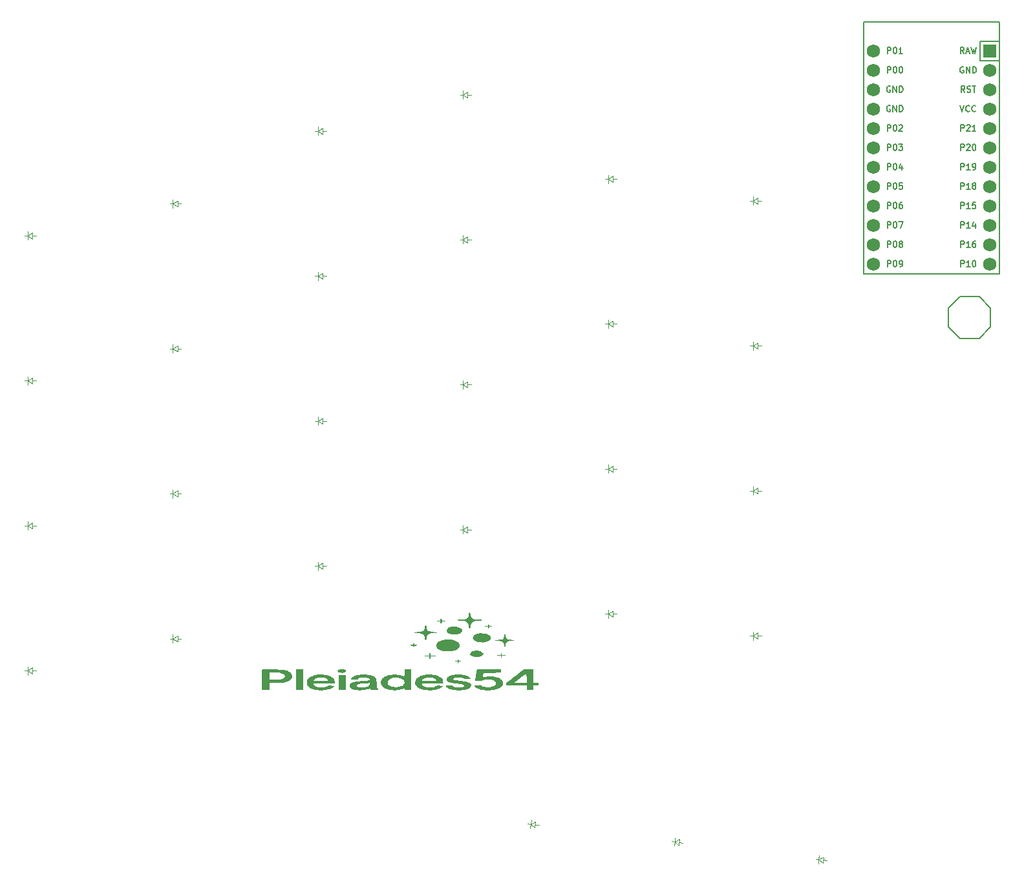
<source format=gbr>
%TF.GenerationSoftware,KiCad,Pcbnew,9.0.1*%
%TF.CreationDate,2025-06-02T17:16:12+02:00*%
%TF.ProjectId,pleiades_l,706c6569-6164-4657-935f-6c2e6b696361,v1.0.0*%
%TF.SameCoordinates,Original*%
%TF.FileFunction,Legend,Top*%
%TF.FilePolarity,Positive*%
%FSLAX46Y46*%
G04 Gerber Fmt 4.6, Leading zero omitted, Abs format (unit mm)*
G04 Created by KiCad (PCBNEW 9.0.1) date 2025-06-02 17:16:12*
%MOMM*%
%LPD*%
G01*
G04 APERTURE LIST*
%ADD10C,0.150000*%
%ADD11C,0.000000*%
%ADD12C,0.100000*%
%ADD13R,1.752600X1.752600*%
%ADD14C,1.752600*%
G04 APERTURE END LIST*
D10*
X122247619Y73322204D02*
X121980952Y73703157D01*
X121790476Y73322204D02*
X121790476Y74122204D01*
X121790476Y74122204D02*
X122095238Y74122204D01*
X122095238Y74122204D02*
X122171428Y74084109D01*
X122171428Y74084109D02*
X122209523Y74046014D01*
X122209523Y74046014D02*
X122247619Y73969823D01*
X122247619Y73969823D02*
X122247619Y73855538D01*
X122247619Y73855538D02*
X122209523Y73779347D01*
X122209523Y73779347D02*
X122171428Y73741252D01*
X122171428Y73741252D02*
X122095238Y73703157D01*
X122095238Y73703157D02*
X121790476Y73703157D01*
X122552380Y73550776D02*
X122933333Y73550776D01*
X122476190Y73322204D02*
X122742857Y74122204D01*
X122742857Y74122204D02*
X123009523Y73322204D01*
X123199999Y74122204D02*
X123390475Y73322204D01*
X123390475Y73322204D02*
X123542856Y73893633D01*
X123542856Y73893633D02*
X123695237Y73322204D01*
X123695237Y73322204D02*
X123885714Y74122204D01*
X122190476Y71544109D02*
X122114286Y71582204D01*
X122114286Y71582204D02*
X122000000Y71582204D01*
X122000000Y71582204D02*
X121885714Y71544109D01*
X121885714Y71544109D02*
X121809524Y71467919D01*
X121809524Y71467919D02*
X121771429Y71391728D01*
X121771429Y71391728D02*
X121733333Y71239347D01*
X121733333Y71239347D02*
X121733333Y71125061D01*
X121733333Y71125061D02*
X121771429Y70972680D01*
X121771429Y70972680D02*
X121809524Y70896490D01*
X121809524Y70896490D02*
X121885714Y70820300D01*
X121885714Y70820300D02*
X122000000Y70782204D01*
X122000000Y70782204D02*
X122076191Y70782204D01*
X122076191Y70782204D02*
X122190476Y70820300D01*
X122190476Y70820300D02*
X122228572Y70858395D01*
X122228572Y70858395D02*
X122228572Y71125061D01*
X122228572Y71125061D02*
X122076191Y71125061D01*
X122571429Y70782204D02*
X122571429Y71582204D01*
X122571429Y71582204D02*
X123028572Y70782204D01*
X123028572Y70782204D02*
X123028572Y71582204D01*
X123409524Y70782204D02*
X123409524Y71582204D01*
X123409524Y71582204D02*
X123600000Y71582204D01*
X123600000Y71582204D02*
X123714286Y71544109D01*
X123714286Y71544109D02*
X123790476Y71467919D01*
X123790476Y71467919D02*
X123828571Y71391728D01*
X123828571Y71391728D02*
X123866667Y71239347D01*
X123866667Y71239347D02*
X123866667Y71125061D01*
X123866667Y71125061D02*
X123828571Y70972680D01*
X123828571Y70972680D02*
X123790476Y70896490D01*
X123790476Y70896490D02*
X123714286Y70820300D01*
X123714286Y70820300D02*
X123600000Y70782204D01*
X123600000Y70782204D02*
X123409524Y70782204D01*
X122361905Y68242204D02*
X122095238Y68623157D01*
X121904762Y68242204D02*
X121904762Y69042204D01*
X121904762Y69042204D02*
X122209524Y69042204D01*
X122209524Y69042204D02*
X122285714Y69004109D01*
X122285714Y69004109D02*
X122323809Y68966014D01*
X122323809Y68966014D02*
X122361905Y68889823D01*
X122361905Y68889823D02*
X122361905Y68775538D01*
X122361905Y68775538D02*
X122323809Y68699347D01*
X122323809Y68699347D02*
X122285714Y68661252D01*
X122285714Y68661252D02*
X122209524Y68623157D01*
X122209524Y68623157D02*
X121904762Y68623157D01*
X122666666Y68280300D02*
X122780952Y68242204D01*
X122780952Y68242204D02*
X122971428Y68242204D01*
X122971428Y68242204D02*
X123047619Y68280300D01*
X123047619Y68280300D02*
X123085714Y68318395D01*
X123085714Y68318395D02*
X123123809Y68394585D01*
X123123809Y68394585D02*
X123123809Y68470776D01*
X123123809Y68470776D02*
X123085714Y68546966D01*
X123085714Y68546966D02*
X123047619Y68585061D01*
X123047619Y68585061D02*
X122971428Y68623157D01*
X122971428Y68623157D02*
X122819047Y68661252D01*
X122819047Y68661252D02*
X122742857Y68699347D01*
X122742857Y68699347D02*
X122704762Y68737442D01*
X122704762Y68737442D02*
X122666666Y68813633D01*
X122666666Y68813633D02*
X122666666Y68889823D01*
X122666666Y68889823D02*
X122704762Y68966014D01*
X122704762Y68966014D02*
X122742857Y69004109D01*
X122742857Y69004109D02*
X122819047Y69042204D01*
X122819047Y69042204D02*
X123009524Y69042204D01*
X123009524Y69042204D02*
X123123809Y69004109D01*
X123352381Y69042204D02*
X123809524Y69042204D01*
X123580952Y68242204D02*
X123580952Y69042204D01*
X121733333Y66502204D02*
X122000000Y65702204D01*
X122000000Y65702204D02*
X122266666Y66502204D01*
X122990476Y65778395D02*
X122952380Y65740300D01*
X122952380Y65740300D02*
X122838095Y65702204D01*
X122838095Y65702204D02*
X122761904Y65702204D01*
X122761904Y65702204D02*
X122647618Y65740300D01*
X122647618Y65740300D02*
X122571428Y65816490D01*
X122571428Y65816490D02*
X122533333Y65892680D01*
X122533333Y65892680D02*
X122495237Y66045061D01*
X122495237Y66045061D02*
X122495237Y66159347D01*
X122495237Y66159347D02*
X122533333Y66311728D01*
X122533333Y66311728D02*
X122571428Y66387919D01*
X122571428Y66387919D02*
X122647618Y66464109D01*
X122647618Y66464109D02*
X122761904Y66502204D01*
X122761904Y66502204D02*
X122838095Y66502204D01*
X122838095Y66502204D02*
X122952380Y66464109D01*
X122952380Y66464109D02*
X122990476Y66426014D01*
X123790476Y65778395D02*
X123752380Y65740300D01*
X123752380Y65740300D02*
X123638095Y65702204D01*
X123638095Y65702204D02*
X123561904Y65702204D01*
X123561904Y65702204D02*
X123447618Y65740300D01*
X123447618Y65740300D02*
X123371428Y65816490D01*
X123371428Y65816490D02*
X123333333Y65892680D01*
X123333333Y65892680D02*
X123295237Y66045061D01*
X123295237Y66045061D02*
X123295237Y66159347D01*
X123295237Y66159347D02*
X123333333Y66311728D01*
X123333333Y66311728D02*
X123371428Y66387919D01*
X123371428Y66387919D02*
X123447618Y66464109D01*
X123447618Y66464109D02*
X123561904Y66502204D01*
X123561904Y66502204D02*
X123638095Y66502204D01*
X123638095Y66502204D02*
X123752380Y66464109D01*
X123752380Y66464109D02*
X123790476Y66426014D01*
X121828571Y63162204D02*
X121828571Y63962204D01*
X121828571Y63962204D02*
X122133333Y63962204D01*
X122133333Y63962204D02*
X122209523Y63924109D01*
X122209523Y63924109D02*
X122247618Y63886014D01*
X122247618Y63886014D02*
X122285714Y63809823D01*
X122285714Y63809823D02*
X122285714Y63695538D01*
X122285714Y63695538D02*
X122247618Y63619347D01*
X122247618Y63619347D02*
X122209523Y63581252D01*
X122209523Y63581252D02*
X122133333Y63543157D01*
X122133333Y63543157D02*
X121828571Y63543157D01*
X122590475Y63886014D02*
X122628571Y63924109D01*
X122628571Y63924109D02*
X122704761Y63962204D01*
X122704761Y63962204D02*
X122895237Y63962204D01*
X122895237Y63962204D02*
X122971428Y63924109D01*
X122971428Y63924109D02*
X123009523Y63886014D01*
X123009523Y63886014D02*
X123047618Y63809823D01*
X123047618Y63809823D02*
X123047618Y63733633D01*
X123047618Y63733633D02*
X123009523Y63619347D01*
X123009523Y63619347D02*
X122552380Y63162204D01*
X122552380Y63162204D02*
X123047618Y63162204D01*
X123809523Y63162204D02*
X123352380Y63162204D01*
X123580952Y63162204D02*
X123580952Y63962204D01*
X123580952Y63962204D02*
X123504761Y63847919D01*
X123504761Y63847919D02*
X123428571Y63771728D01*
X123428571Y63771728D02*
X123352380Y63733633D01*
X121828571Y60622204D02*
X121828571Y61422204D01*
X121828571Y61422204D02*
X122133333Y61422204D01*
X122133333Y61422204D02*
X122209523Y61384109D01*
X122209523Y61384109D02*
X122247618Y61346014D01*
X122247618Y61346014D02*
X122285714Y61269823D01*
X122285714Y61269823D02*
X122285714Y61155538D01*
X122285714Y61155538D02*
X122247618Y61079347D01*
X122247618Y61079347D02*
X122209523Y61041252D01*
X122209523Y61041252D02*
X122133333Y61003157D01*
X122133333Y61003157D02*
X121828571Y61003157D01*
X122590475Y61346014D02*
X122628571Y61384109D01*
X122628571Y61384109D02*
X122704761Y61422204D01*
X122704761Y61422204D02*
X122895237Y61422204D01*
X122895237Y61422204D02*
X122971428Y61384109D01*
X122971428Y61384109D02*
X123009523Y61346014D01*
X123009523Y61346014D02*
X123047618Y61269823D01*
X123047618Y61269823D02*
X123047618Y61193633D01*
X123047618Y61193633D02*
X123009523Y61079347D01*
X123009523Y61079347D02*
X122552380Y60622204D01*
X122552380Y60622204D02*
X123047618Y60622204D01*
X123542857Y61422204D02*
X123619047Y61422204D01*
X123619047Y61422204D02*
X123695238Y61384109D01*
X123695238Y61384109D02*
X123733333Y61346014D01*
X123733333Y61346014D02*
X123771428Y61269823D01*
X123771428Y61269823D02*
X123809523Y61117442D01*
X123809523Y61117442D02*
X123809523Y60926966D01*
X123809523Y60926966D02*
X123771428Y60774585D01*
X123771428Y60774585D02*
X123733333Y60698395D01*
X123733333Y60698395D02*
X123695238Y60660300D01*
X123695238Y60660300D02*
X123619047Y60622204D01*
X123619047Y60622204D02*
X123542857Y60622204D01*
X123542857Y60622204D02*
X123466666Y60660300D01*
X123466666Y60660300D02*
X123428571Y60698395D01*
X123428571Y60698395D02*
X123390476Y60774585D01*
X123390476Y60774585D02*
X123352380Y60926966D01*
X123352380Y60926966D02*
X123352380Y61117442D01*
X123352380Y61117442D02*
X123390476Y61269823D01*
X123390476Y61269823D02*
X123428571Y61346014D01*
X123428571Y61346014D02*
X123466666Y61384109D01*
X123466666Y61384109D02*
X123542857Y61422204D01*
X121828571Y58082204D02*
X121828571Y58882204D01*
X121828571Y58882204D02*
X122133333Y58882204D01*
X122133333Y58882204D02*
X122209523Y58844109D01*
X122209523Y58844109D02*
X122247618Y58806014D01*
X122247618Y58806014D02*
X122285714Y58729823D01*
X122285714Y58729823D02*
X122285714Y58615538D01*
X122285714Y58615538D02*
X122247618Y58539347D01*
X122247618Y58539347D02*
X122209523Y58501252D01*
X122209523Y58501252D02*
X122133333Y58463157D01*
X122133333Y58463157D02*
X121828571Y58463157D01*
X123047618Y58082204D02*
X122590475Y58082204D01*
X122819047Y58082204D02*
X122819047Y58882204D01*
X122819047Y58882204D02*
X122742856Y58767919D01*
X122742856Y58767919D02*
X122666666Y58691728D01*
X122666666Y58691728D02*
X122590475Y58653633D01*
X123428571Y58082204D02*
X123580952Y58082204D01*
X123580952Y58082204D02*
X123657142Y58120300D01*
X123657142Y58120300D02*
X123695238Y58158395D01*
X123695238Y58158395D02*
X123771428Y58272680D01*
X123771428Y58272680D02*
X123809523Y58425061D01*
X123809523Y58425061D02*
X123809523Y58729823D01*
X123809523Y58729823D02*
X123771428Y58806014D01*
X123771428Y58806014D02*
X123733333Y58844109D01*
X123733333Y58844109D02*
X123657142Y58882204D01*
X123657142Y58882204D02*
X123504761Y58882204D01*
X123504761Y58882204D02*
X123428571Y58844109D01*
X123428571Y58844109D02*
X123390476Y58806014D01*
X123390476Y58806014D02*
X123352380Y58729823D01*
X123352380Y58729823D02*
X123352380Y58539347D01*
X123352380Y58539347D02*
X123390476Y58463157D01*
X123390476Y58463157D02*
X123428571Y58425061D01*
X123428571Y58425061D02*
X123504761Y58386966D01*
X123504761Y58386966D02*
X123657142Y58386966D01*
X123657142Y58386966D02*
X123733333Y58425061D01*
X123733333Y58425061D02*
X123771428Y58463157D01*
X123771428Y58463157D02*
X123809523Y58539347D01*
X121828571Y55542204D02*
X121828571Y56342204D01*
X121828571Y56342204D02*
X122133333Y56342204D01*
X122133333Y56342204D02*
X122209523Y56304109D01*
X122209523Y56304109D02*
X122247618Y56266014D01*
X122247618Y56266014D02*
X122285714Y56189823D01*
X122285714Y56189823D02*
X122285714Y56075538D01*
X122285714Y56075538D02*
X122247618Y55999347D01*
X122247618Y55999347D02*
X122209523Y55961252D01*
X122209523Y55961252D02*
X122133333Y55923157D01*
X122133333Y55923157D02*
X121828571Y55923157D01*
X123047618Y55542204D02*
X122590475Y55542204D01*
X122819047Y55542204D02*
X122819047Y56342204D01*
X122819047Y56342204D02*
X122742856Y56227919D01*
X122742856Y56227919D02*
X122666666Y56151728D01*
X122666666Y56151728D02*
X122590475Y56113633D01*
X123504761Y55999347D02*
X123428571Y56037442D01*
X123428571Y56037442D02*
X123390476Y56075538D01*
X123390476Y56075538D02*
X123352380Y56151728D01*
X123352380Y56151728D02*
X123352380Y56189823D01*
X123352380Y56189823D02*
X123390476Y56266014D01*
X123390476Y56266014D02*
X123428571Y56304109D01*
X123428571Y56304109D02*
X123504761Y56342204D01*
X123504761Y56342204D02*
X123657142Y56342204D01*
X123657142Y56342204D02*
X123733333Y56304109D01*
X123733333Y56304109D02*
X123771428Y56266014D01*
X123771428Y56266014D02*
X123809523Y56189823D01*
X123809523Y56189823D02*
X123809523Y56151728D01*
X123809523Y56151728D02*
X123771428Y56075538D01*
X123771428Y56075538D02*
X123733333Y56037442D01*
X123733333Y56037442D02*
X123657142Y55999347D01*
X123657142Y55999347D02*
X123504761Y55999347D01*
X123504761Y55999347D02*
X123428571Y55961252D01*
X123428571Y55961252D02*
X123390476Y55923157D01*
X123390476Y55923157D02*
X123352380Y55846966D01*
X123352380Y55846966D02*
X123352380Y55694585D01*
X123352380Y55694585D02*
X123390476Y55618395D01*
X123390476Y55618395D02*
X123428571Y55580300D01*
X123428571Y55580300D02*
X123504761Y55542204D01*
X123504761Y55542204D02*
X123657142Y55542204D01*
X123657142Y55542204D02*
X123733333Y55580300D01*
X123733333Y55580300D02*
X123771428Y55618395D01*
X123771428Y55618395D02*
X123809523Y55694585D01*
X123809523Y55694585D02*
X123809523Y55846966D01*
X123809523Y55846966D02*
X123771428Y55923157D01*
X123771428Y55923157D02*
X123733333Y55961252D01*
X123733333Y55961252D02*
X123657142Y55999347D01*
X121828571Y53002204D02*
X121828571Y53802204D01*
X121828571Y53802204D02*
X122133333Y53802204D01*
X122133333Y53802204D02*
X122209523Y53764109D01*
X122209523Y53764109D02*
X122247618Y53726014D01*
X122247618Y53726014D02*
X122285714Y53649823D01*
X122285714Y53649823D02*
X122285714Y53535538D01*
X122285714Y53535538D02*
X122247618Y53459347D01*
X122247618Y53459347D02*
X122209523Y53421252D01*
X122209523Y53421252D02*
X122133333Y53383157D01*
X122133333Y53383157D02*
X121828571Y53383157D01*
X123047618Y53002204D02*
X122590475Y53002204D01*
X122819047Y53002204D02*
X122819047Y53802204D01*
X122819047Y53802204D02*
X122742856Y53687919D01*
X122742856Y53687919D02*
X122666666Y53611728D01*
X122666666Y53611728D02*
X122590475Y53573633D01*
X123771428Y53802204D02*
X123390476Y53802204D01*
X123390476Y53802204D02*
X123352380Y53421252D01*
X123352380Y53421252D02*
X123390476Y53459347D01*
X123390476Y53459347D02*
X123466666Y53497442D01*
X123466666Y53497442D02*
X123657142Y53497442D01*
X123657142Y53497442D02*
X123733333Y53459347D01*
X123733333Y53459347D02*
X123771428Y53421252D01*
X123771428Y53421252D02*
X123809523Y53345061D01*
X123809523Y53345061D02*
X123809523Y53154585D01*
X123809523Y53154585D02*
X123771428Y53078395D01*
X123771428Y53078395D02*
X123733333Y53040300D01*
X123733333Y53040300D02*
X123657142Y53002204D01*
X123657142Y53002204D02*
X123466666Y53002204D01*
X123466666Y53002204D02*
X123390476Y53040300D01*
X123390476Y53040300D02*
X123352380Y53078395D01*
X121828571Y50462204D02*
X121828571Y51262204D01*
X121828571Y51262204D02*
X122133333Y51262204D01*
X122133333Y51262204D02*
X122209523Y51224109D01*
X122209523Y51224109D02*
X122247618Y51186014D01*
X122247618Y51186014D02*
X122285714Y51109823D01*
X122285714Y51109823D02*
X122285714Y50995538D01*
X122285714Y50995538D02*
X122247618Y50919347D01*
X122247618Y50919347D02*
X122209523Y50881252D01*
X122209523Y50881252D02*
X122133333Y50843157D01*
X122133333Y50843157D02*
X121828571Y50843157D01*
X123047618Y50462204D02*
X122590475Y50462204D01*
X122819047Y50462204D02*
X122819047Y51262204D01*
X122819047Y51262204D02*
X122742856Y51147919D01*
X122742856Y51147919D02*
X122666666Y51071728D01*
X122666666Y51071728D02*
X122590475Y51033633D01*
X123733333Y50995538D02*
X123733333Y50462204D01*
X123542857Y51300300D02*
X123352380Y50728871D01*
X123352380Y50728871D02*
X123847619Y50728871D01*
X121828571Y47922204D02*
X121828571Y48722204D01*
X121828571Y48722204D02*
X122133333Y48722204D01*
X122133333Y48722204D02*
X122209523Y48684109D01*
X122209523Y48684109D02*
X122247618Y48646014D01*
X122247618Y48646014D02*
X122285714Y48569823D01*
X122285714Y48569823D02*
X122285714Y48455538D01*
X122285714Y48455538D02*
X122247618Y48379347D01*
X122247618Y48379347D02*
X122209523Y48341252D01*
X122209523Y48341252D02*
X122133333Y48303157D01*
X122133333Y48303157D02*
X121828571Y48303157D01*
X123047618Y47922204D02*
X122590475Y47922204D01*
X122819047Y47922204D02*
X122819047Y48722204D01*
X122819047Y48722204D02*
X122742856Y48607919D01*
X122742856Y48607919D02*
X122666666Y48531728D01*
X122666666Y48531728D02*
X122590475Y48493633D01*
X123733333Y48722204D02*
X123580952Y48722204D01*
X123580952Y48722204D02*
X123504761Y48684109D01*
X123504761Y48684109D02*
X123466666Y48646014D01*
X123466666Y48646014D02*
X123390476Y48531728D01*
X123390476Y48531728D02*
X123352380Y48379347D01*
X123352380Y48379347D02*
X123352380Y48074585D01*
X123352380Y48074585D02*
X123390476Y47998395D01*
X123390476Y47998395D02*
X123428571Y47960300D01*
X123428571Y47960300D02*
X123504761Y47922204D01*
X123504761Y47922204D02*
X123657142Y47922204D01*
X123657142Y47922204D02*
X123733333Y47960300D01*
X123733333Y47960300D02*
X123771428Y47998395D01*
X123771428Y47998395D02*
X123809523Y48074585D01*
X123809523Y48074585D02*
X123809523Y48265061D01*
X123809523Y48265061D02*
X123771428Y48341252D01*
X123771428Y48341252D02*
X123733333Y48379347D01*
X123733333Y48379347D02*
X123657142Y48417442D01*
X123657142Y48417442D02*
X123504761Y48417442D01*
X123504761Y48417442D02*
X123428571Y48379347D01*
X123428571Y48379347D02*
X123390476Y48341252D01*
X123390476Y48341252D02*
X123352380Y48265061D01*
X121828571Y45382204D02*
X121828571Y46182204D01*
X121828571Y46182204D02*
X122133333Y46182204D01*
X122133333Y46182204D02*
X122209523Y46144109D01*
X122209523Y46144109D02*
X122247618Y46106014D01*
X122247618Y46106014D02*
X122285714Y46029823D01*
X122285714Y46029823D02*
X122285714Y45915538D01*
X122285714Y45915538D02*
X122247618Y45839347D01*
X122247618Y45839347D02*
X122209523Y45801252D01*
X122209523Y45801252D02*
X122133333Y45763157D01*
X122133333Y45763157D02*
X121828571Y45763157D01*
X123047618Y45382204D02*
X122590475Y45382204D01*
X122819047Y45382204D02*
X122819047Y46182204D01*
X122819047Y46182204D02*
X122742856Y46067919D01*
X122742856Y46067919D02*
X122666666Y45991728D01*
X122666666Y45991728D02*
X122590475Y45953633D01*
X123542857Y46182204D02*
X123619047Y46182204D01*
X123619047Y46182204D02*
X123695238Y46144109D01*
X123695238Y46144109D02*
X123733333Y46106014D01*
X123733333Y46106014D02*
X123771428Y46029823D01*
X123771428Y46029823D02*
X123809523Y45877442D01*
X123809523Y45877442D02*
X123809523Y45686966D01*
X123809523Y45686966D02*
X123771428Y45534585D01*
X123771428Y45534585D02*
X123733333Y45458395D01*
X123733333Y45458395D02*
X123695238Y45420300D01*
X123695238Y45420300D02*
X123619047Y45382204D01*
X123619047Y45382204D02*
X123542857Y45382204D01*
X123542857Y45382204D02*
X123466666Y45420300D01*
X123466666Y45420300D02*
X123428571Y45458395D01*
X123428571Y45458395D02*
X123390476Y45534585D01*
X123390476Y45534585D02*
X123352380Y45686966D01*
X123352380Y45686966D02*
X123352380Y45877442D01*
X123352380Y45877442D02*
X123390476Y46029823D01*
X123390476Y46029823D02*
X123428571Y46106014D01*
X123428571Y46106014D02*
X123466666Y46144109D01*
X123466666Y46144109D02*
X123542857Y46182204D01*
X112228571Y73322204D02*
X112228571Y74122204D01*
X112228571Y74122204D02*
X112533333Y74122204D01*
X112533333Y74122204D02*
X112609523Y74084109D01*
X112609523Y74084109D02*
X112647618Y74046014D01*
X112647618Y74046014D02*
X112685714Y73969823D01*
X112685714Y73969823D02*
X112685714Y73855538D01*
X112685714Y73855538D02*
X112647618Y73779347D01*
X112647618Y73779347D02*
X112609523Y73741252D01*
X112609523Y73741252D02*
X112533333Y73703157D01*
X112533333Y73703157D02*
X112228571Y73703157D01*
X113180952Y74122204D02*
X113257142Y74122204D01*
X113257142Y74122204D02*
X113333333Y74084109D01*
X113333333Y74084109D02*
X113371428Y74046014D01*
X113371428Y74046014D02*
X113409523Y73969823D01*
X113409523Y73969823D02*
X113447618Y73817442D01*
X113447618Y73817442D02*
X113447618Y73626966D01*
X113447618Y73626966D02*
X113409523Y73474585D01*
X113409523Y73474585D02*
X113371428Y73398395D01*
X113371428Y73398395D02*
X113333333Y73360300D01*
X113333333Y73360300D02*
X113257142Y73322204D01*
X113257142Y73322204D02*
X113180952Y73322204D01*
X113180952Y73322204D02*
X113104761Y73360300D01*
X113104761Y73360300D02*
X113066666Y73398395D01*
X113066666Y73398395D02*
X113028571Y73474585D01*
X113028571Y73474585D02*
X112990475Y73626966D01*
X112990475Y73626966D02*
X112990475Y73817442D01*
X112990475Y73817442D02*
X113028571Y73969823D01*
X113028571Y73969823D02*
X113066666Y74046014D01*
X113066666Y74046014D02*
X113104761Y74084109D01*
X113104761Y74084109D02*
X113180952Y74122204D01*
X114209523Y73322204D02*
X113752380Y73322204D01*
X113980952Y73322204D02*
X113980952Y74122204D01*
X113980952Y74122204D02*
X113904761Y74007919D01*
X113904761Y74007919D02*
X113828571Y73931728D01*
X113828571Y73931728D02*
X113752380Y73893633D01*
X112228571Y70782204D02*
X112228571Y71582204D01*
X112228571Y71582204D02*
X112533333Y71582204D01*
X112533333Y71582204D02*
X112609523Y71544109D01*
X112609523Y71544109D02*
X112647618Y71506014D01*
X112647618Y71506014D02*
X112685714Y71429823D01*
X112685714Y71429823D02*
X112685714Y71315538D01*
X112685714Y71315538D02*
X112647618Y71239347D01*
X112647618Y71239347D02*
X112609523Y71201252D01*
X112609523Y71201252D02*
X112533333Y71163157D01*
X112533333Y71163157D02*
X112228571Y71163157D01*
X113180952Y71582204D02*
X113257142Y71582204D01*
X113257142Y71582204D02*
X113333333Y71544109D01*
X113333333Y71544109D02*
X113371428Y71506014D01*
X113371428Y71506014D02*
X113409523Y71429823D01*
X113409523Y71429823D02*
X113447618Y71277442D01*
X113447618Y71277442D02*
X113447618Y71086966D01*
X113447618Y71086966D02*
X113409523Y70934585D01*
X113409523Y70934585D02*
X113371428Y70858395D01*
X113371428Y70858395D02*
X113333333Y70820300D01*
X113333333Y70820300D02*
X113257142Y70782204D01*
X113257142Y70782204D02*
X113180952Y70782204D01*
X113180952Y70782204D02*
X113104761Y70820300D01*
X113104761Y70820300D02*
X113066666Y70858395D01*
X113066666Y70858395D02*
X113028571Y70934585D01*
X113028571Y70934585D02*
X112990475Y71086966D01*
X112990475Y71086966D02*
X112990475Y71277442D01*
X112990475Y71277442D02*
X113028571Y71429823D01*
X113028571Y71429823D02*
X113066666Y71506014D01*
X113066666Y71506014D02*
X113104761Y71544109D01*
X113104761Y71544109D02*
X113180952Y71582204D01*
X113942857Y71582204D02*
X114019047Y71582204D01*
X114019047Y71582204D02*
X114095238Y71544109D01*
X114095238Y71544109D02*
X114133333Y71506014D01*
X114133333Y71506014D02*
X114171428Y71429823D01*
X114171428Y71429823D02*
X114209523Y71277442D01*
X114209523Y71277442D02*
X114209523Y71086966D01*
X114209523Y71086966D02*
X114171428Y70934585D01*
X114171428Y70934585D02*
X114133333Y70858395D01*
X114133333Y70858395D02*
X114095238Y70820300D01*
X114095238Y70820300D02*
X114019047Y70782204D01*
X114019047Y70782204D02*
X113942857Y70782204D01*
X113942857Y70782204D02*
X113866666Y70820300D01*
X113866666Y70820300D02*
X113828571Y70858395D01*
X113828571Y70858395D02*
X113790476Y70934585D01*
X113790476Y70934585D02*
X113752380Y71086966D01*
X113752380Y71086966D02*
X113752380Y71277442D01*
X113752380Y71277442D02*
X113790476Y71429823D01*
X113790476Y71429823D02*
X113828571Y71506014D01*
X113828571Y71506014D02*
X113866666Y71544109D01*
X113866666Y71544109D02*
X113942857Y71582204D01*
X112590476Y69004109D02*
X112514286Y69042204D01*
X112514286Y69042204D02*
X112400000Y69042204D01*
X112400000Y69042204D02*
X112285714Y69004109D01*
X112285714Y69004109D02*
X112209524Y68927919D01*
X112209524Y68927919D02*
X112171429Y68851728D01*
X112171429Y68851728D02*
X112133333Y68699347D01*
X112133333Y68699347D02*
X112133333Y68585061D01*
X112133333Y68585061D02*
X112171429Y68432680D01*
X112171429Y68432680D02*
X112209524Y68356490D01*
X112209524Y68356490D02*
X112285714Y68280300D01*
X112285714Y68280300D02*
X112400000Y68242204D01*
X112400000Y68242204D02*
X112476191Y68242204D01*
X112476191Y68242204D02*
X112590476Y68280300D01*
X112590476Y68280300D02*
X112628572Y68318395D01*
X112628572Y68318395D02*
X112628572Y68585061D01*
X112628572Y68585061D02*
X112476191Y68585061D01*
X112971429Y68242204D02*
X112971429Y69042204D01*
X112971429Y69042204D02*
X113428572Y68242204D01*
X113428572Y68242204D02*
X113428572Y69042204D01*
X113809524Y68242204D02*
X113809524Y69042204D01*
X113809524Y69042204D02*
X114000000Y69042204D01*
X114000000Y69042204D02*
X114114286Y69004109D01*
X114114286Y69004109D02*
X114190476Y68927919D01*
X114190476Y68927919D02*
X114228571Y68851728D01*
X114228571Y68851728D02*
X114266667Y68699347D01*
X114266667Y68699347D02*
X114266667Y68585061D01*
X114266667Y68585061D02*
X114228571Y68432680D01*
X114228571Y68432680D02*
X114190476Y68356490D01*
X114190476Y68356490D02*
X114114286Y68280300D01*
X114114286Y68280300D02*
X114000000Y68242204D01*
X114000000Y68242204D02*
X113809524Y68242204D01*
X112590476Y66464109D02*
X112514286Y66502204D01*
X112514286Y66502204D02*
X112400000Y66502204D01*
X112400000Y66502204D02*
X112285714Y66464109D01*
X112285714Y66464109D02*
X112209524Y66387919D01*
X112209524Y66387919D02*
X112171429Y66311728D01*
X112171429Y66311728D02*
X112133333Y66159347D01*
X112133333Y66159347D02*
X112133333Y66045061D01*
X112133333Y66045061D02*
X112171429Y65892680D01*
X112171429Y65892680D02*
X112209524Y65816490D01*
X112209524Y65816490D02*
X112285714Y65740300D01*
X112285714Y65740300D02*
X112400000Y65702204D01*
X112400000Y65702204D02*
X112476191Y65702204D01*
X112476191Y65702204D02*
X112590476Y65740300D01*
X112590476Y65740300D02*
X112628572Y65778395D01*
X112628572Y65778395D02*
X112628572Y66045061D01*
X112628572Y66045061D02*
X112476191Y66045061D01*
X112971429Y65702204D02*
X112971429Y66502204D01*
X112971429Y66502204D02*
X113428572Y65702204D01*
X113428572Y65702204D02*
X113428572Y66502204D01*
X113809524Y65702204D02*
X113809524Y66502204D01*
X113809524Y66502204D02*
X114000000Y66502204D01*
X114000000Y66502204D02*
X114114286Y66464109D01*
X114114286Y66464109D02*
X114190476Y66387919D01*
X114190476Y66387919D02*
X114228571Y66311728D01*
X114228571Y66311728D02*
X114266667Y66159347D01*
X114266667Y66159347D02*
X114266667Y66045061D01*
X114266667Y66045061D02*
X114228571Y65892680D01*
X114228571Y65892680D02*
X114190476Y65816490D01*
X114190476Y65816490D02*
X114114286Y65740300D01*
X114114286Y65740300D02*
X114000000Y65702204D01*
X114000000Y65702204D02*
X113809524Y65702204D01*
X112228571Y63162204D02*
X112228571Y63962204D01*
X112228571Y63962204D02*
X112533333Y63962204D01*
X112533333Y63962204D02*
X112609523Y63924109D01*
X112609523Y63924109D02*
X112647618Y63886014D01*
X112647618Y63886014D02*
X112685714Y63809823D01*
X112685714Y63809823D02*
X112685714Y63695538D01*
X112685714Y63695538D02*
X112647618Y63619347D01*
X112647618Y63619347D02*
X112609523Y63581252D01*
X112609523Y63581252D02*
X112533333Y63543157D01*
X112533333Y63543157D02*
X112228571Y63543157D01*
X113180952Y63962204D02*
X113257142Y63962204D01*
X113257142Y63962204D02*
X113333333Y63924109D01*
X113333333Y63924109D02*
X113371428Y63886014D01*
X113371428Y63886014D02*
X113409523Y63809823D01*
X113409523Y63809823D02*
X113447618Y63657442D01*
X113447618Y63657442D02*
X113447618Y63466966D01*
X113447618Y63466966D02*
X113409523Y63314585D01*
X113409523Y63314585D02*
X113371428Y63238395D01*
X113371428Y63238395D02*
X113333333Y63200300D01*
X113333333Y63200300D02*
X113257142Y63162204D01*
X113257142Y63162204D02*
X113180952Y63162204D01*
X113180952Y63162204D02*
X113104761Y63200300D01*
X113104761Y63200300D02*
X113066666Y63238395D01*
X113066666Y63238395D02*
X113028571Y63314585D01*
X113028571Y63314585D02*
X112990475Y63466966D01*
X112990475Y63466966D02*
X112990475Y63657442D01*
X112990475Y63657442D02*
X113028571Y63809823D01*
X113028571Y63809823D02*
X113066666Y63886014D01*
X113066666Y63886014D02*
X113104761Y63924109D01*
X113104761Y63924109D02*
X113180952Y63962204D01*
X113752380Y63886014D02*
X113790476Y63924109D01*
X113790476Y63924109D02*
X113866666Y63962204D01*
X113866666Y63962204D02*
X114057142Y63962204D01*
X114057142Y63962204D02*
X114133333Y63924109D01*
X114133333Y63924109D02*
X114171428Y63886014D01*
X114171428Y63886014D02*
X114209523Y63809823D01*
X114209523Y63809823D02*
X114209523Y63733633D01*
X114209523Y63733633D02*
X114171428Y63619347D01*
X114171428Y63619347D02*
X113714285Y63162204D01*
X113714285Y63162204D02*
X114209523Y63162204D01*
X112228571Y60622204D02*
X112228571Y61422204D01*
X112228571Y61422204D02*
X112533333Y61422204D01*
X112533333Y61422204D02*
X112609523Y61384109D01*
X112609523Y61384109D02*
X112647618Y61346014D01*
X112647618Y61346014D02*
X112685714Y61269823D01*
X112685714Y61269823D02*
X112685714Y61155538D01*
X112685714Y61155538D02*
X112647618Y61079347D01*
X112647618Y61079347D02*
X112609523Y61041252D01*
X112609523Y61041252D02*
X112533333Y61003157D01*
X112533333Y61003157D02*
X112228571Y61003157D01*
X113180952Y61422204D02*
X113257142Y61422204D01*
X113257142Y61422204D02*
X113333333Y61384109D01*
X113333333Y61384109D02*
X113371428Y61346014D01*
X113371428Y61346014D02*
X113409523Y61269823D01*
X113409523Y61269823D02*
X113447618Y61117442D01*
X113447618Y61117442D02*
X113447618Y60926966D01*
X113447618Y60926966D02*
X113409523Y60774585D01*
X113409523Y60774585D02*
X113371428Y60698395D01*
X113371428Y60698395D02*
X113333333Y60660300D01*
X113333333Y60660300D02*
X113257142Y60622204D01*
X113257142Y60622204D02*
X113180952Y60622204D01*
X113180952Y60622204D02*
X113104761Y60660300D01*
X113104761Y60660300D02*
X113066666Y60698395D01*
X113066666Y60698395D02*
X113028571Y60774585D01*
X113028571Y60774585D02*
X112990475Y60926966D01*
X112990475Y60926966D02*
X112990475Y61117442D01*
X112990475Y61117442D02*
X113028571Y61269823D01*
X113028571Y61269823D02*
X113066666Y61346014D01*
X113066666Y61346014D02*
X113104761Y61384109D01*
X113104761Y61384109D02*
X113180952Y61422204D01*
X113714285Y61422204D02*
X114209523Y61422204D01*
X114209523Y61422204D02*
X113942857Y61117442D01*
X113942857Y61117442D02*
X114057142Y61117442D01*
X114057142Y61117442D02*
X114133333Y61079347D01*
X114133333Y61079347D02*
X114171428Y61041252D01*
X114171428Y61041252D02*
X114209523Y60965061D01*
X114209523Y60965061D02*
X114209523Y60774585D01*
X114209523Y60774585D02*
X114171428Y60698395D01*
X114171428Y60698395D02*
X114133333Y60660300D01*
X114133333Y60660300D02*
X114057142Y60622204D01*
X114057142Y60622204D02*
X113828571Y60622204D01*
X113828571Y60622204D02*
X113752380Y60660300D01*
X113752380Y60660300D02*
X113714285Y60698395D01*
X112228571Y58082204D02*
X112228571Y58882204D01*
X112228571Y58882204D02*
X112533333Y58882204D01*
X112533333Y58882204D02*
X112609523Y58844109D01*
X112609523Y58844109D02*
X112647618Y58806014D01*
X112647618Y58806014D02*
X112685714Y58729823D01*
X112685714Y58729823D02*
X112685714Y58615538D01*
X112685714Y58615538D02*
X112647618Y58539347D01*
X112647618Y58539347D02*
X112609523Y58501252D01*
X112609523Y58501252D02*
X112533333Y58463157D01*
X112533333Y58463157D02*
X112228571Y58463157D01*
X113180952Y58882204D02*
X113257142Y58882204D01*
X113257142Y58882204D02*
X113333333Y58844109D01*
X113333333Y58844109D02*
X113371428Y58806014D01*
X113371428Y58806014D02*
X113409523Y58729823D01*
X113409523Y58729823D02*
X113447618Y58577442D01*
X113447618Y58577442D02*
X113447618Y58386966D01*
X113447618Y58386966D02*
X113409523Y58234585D01*
X113409523Y58234585D02*
X113371428Y58158395D01*
X113371428Y58158395D02*
X113333333Y58120300D01*
X113333333Y58120300D02*
X113257142Y58082204D01*
X113257142Y58082204D02*
X113180952Y58082204D01*
X113180952Y58082204D02*
X113104761Y58120300D01*
X113104761Y58120300D02*
X113066666Y58158395D01*
X113066666Y58158395D02*
X113028571Y58234585D01*
X113028571Y58234585D02*
X112990475Y58386966D01*
X112990475Y58386966D02*
X112990475Y58577442D01*
X112990475Y58577442D02*
X113028571Y58729823D01*
X113028571Y58729823D02*
X113066666Y58806014D01*
X113066666Y58806014D02*
X113104761Y58844109D01*
X113104761Y58844109D02*
X113180952Y58882204D01*
X114133333Y58615538D02*
X114133333Y58082204D01*
X113942857Y58920300D02*
X113752380Y58348871D01*
X113752380Y58348871D02*
X114247619Y58348871D01*
X112228571Y55542204D02*
X112228571Y56342204D01*
X112228571Y56342204D02*
X112533333Y56342204D01*
X112533333Y56342204D02*
X112609523Y56304109D01*
X112609523Y56304109D02*
X112647618Y56266014D01*
X112647618Y56266014D02*
X112685714Y56189823D01*
X112685714Y56189823D02*
X112685714Y56075538D01*
X112685714Y56075538D02*
X112647618Y55999347D01*
X112647618Y55999347D02*
X112609523Y55961252D01*
X112609523Y55961252D02*
X112533333Y55923157D01*
X112533333Y55923157D02*
X112228571Y55923157D01*
X113180952Y56342204D02*
X113257142Y56342204D01*
X113257142Y56342204D02*
X113333333Y56304109D01*
X113333333Y56304109D02*
X113371428Y56266014D01*
X113371428Y56266014D02*
X113409523Y56189823D01*
X113409523Y56189823D02*
X113447618Y56037442D01*
X113447618Y56037442D02*
X113447618Y55846966D01*
X113447618Y55846966D02*
X113409523Y55694585D01*
X113409523Y55694585D02*
X113371428Y55618395D01*
X113371428Y55618395D02*
X113333333Y55580300D01*
X113333333Y55580300D02*
X113257142Y55542204D01*
X113257142Y55542204D02*
X113180952Y55542204D01*
X113180952Y55542204D02*
X113104761Y55580300D01*
X113104761Y55580300D02*
X113066666Y55618395D01*
X113066666Y55618395D02*
X113028571Y55694585D01*
X113028571Y55694585D02*
X112990475Y55846966D01*
X112990475Y55846966D02*
X112990475Y56037442D01*
X112990475Y56037442D02*
X113028571Y56189823D01*
X113028571Y56189823D02*
X113066666Y56266014D01*
X113066666Y56266014D02*
X113104761Y56304109D01*
X113104761Y56304109D02*
X113180952Y56342204D01*
X114171428Y56342204D02*
X113790476Y56342204D01*
X113790476Y56342204D02*
X113752380Y55961252D01*
X113752380Y55961252D02*
X113790476Y55999347D01*
X113790476Y55999347D02*
X113866666Y56037442D01*
X113866666Y56037442D02*
X114057142Y56037442D01*
X114057142Y56037442D02*
X114133333Y55999347D01*
X114133333Y55999347D02*
X114171428Y55961252D01*
X114171428Y55961252D02*
X114209523Y55885061D01*
X114209523Y55885061D02*
X114209523Y55694585D01*
X114209523Y55694585D02*
X114171428Y55618395D01*
X114171428Y55618395D02*
X114133333Y55580300D01*
X114133333Y55580300D02*
X114057142Y55542204D01*
X114057142Y55542204D02*
X113866666Y55542204D01*
X113866666Y55542204D02*
X113790476Y55580300D01*
X113790476Y55580300D02*
X113752380Y55618395D01*
X112228571Y53002204D02*
X112228571Y53802204D01*
X112228571Y53802204D02*
X112533333Y53802204D01*
X112533333Y53802204D02*
X112609523Y53764109D01*
X112609523Y53764109D02*
X112647618Y53726014D01*
X112647618Y53726014D02*
X112685714Y53649823D01*
X112685714Y53649823D02*
X112685714Y53535538D01*
X112685714Y53535538D02*
X112647618Y53459347D01*
X112647618Y53459347D02*
X112609523Y53421252D01*
X112609523Y53421252D02*
X112533333Y53383157D01*
X112533333Y53383157D02*
X112228571Y53383157D01*
X113180952Y53802204D02*
X113257142Y53802204D01*
X113257142Y53802204D02*
X113333333Y53764109D01*
X113333333Y53764109D02*
X113371428Y53726014D01*
X113371428Y53726014D02*
X113409523Y53649823D01*
X113409523Y53649823D02*
X113447618Y53497442D01*
X113447618Y53497442D02*
X113447618Y53306966D01*
X113447618Y53306966D02*
X113409523Y53154585D01*
X113409523Y53154585D02*
X113371428Y53078395D01*
X113371428Y53078395D02*
X113333333Y53040300D01*
X113333333Y53040300D02*
X113257142Y53002204D01*
X113257142Y53002204D02*
X113180952Y53002204D01*
X113180952Y53002204D02*
X113104761Y53040300D01*
X113104761Y53040300D02*
X113066666Y53078395D01*
X113066666Y53078395D02*
X113028571Y53154585D01*
X113028571Y53154585D02*
X112990475Y53306966D01*
X112990475Y53306966D02*
X112990475Y53497442D01*
X112990475Y53497442D02*
X113028571Y53649823D01*
X113028571Y53649823D02*
X113066666Y53726014D01*
X113066666Y53726014D02*
X113104761Y53764109D01*
X113104761Y53764109D02*
X113180952Y53802204D01*
X114133333Y53802204D02*
X113980952Y53802204D01*
X113980952Y53802204D02*
X113904761Y53764109D01*
X113904761Y53764109D02*
X113866666Y53726014D01*
X113866666Y53726014D02*
X113790476Y53611728D01*
X113790476Y53611728D02*
X113752380Y53459347D01*
X113752380Y53459347D02*
X113752380Y53154585D01*
X113752380Y53154585D02*
X113790476Y53078395D01*
X113790476Y53078395D02*
X113828571Y53040300D01*
X113828571Y53040300D02*
X113904761Y53002204D01*
X113904761Y53002204D02*
X114057142Y53002204D01*
X114057142Y53002204D02*
X114133333Y53040300D01*
X114133333Y53040300D02*
X114171428Y53078395D01*
X114171428Y53078395D02*
X114209523Y53154585D01*
X114209523Y53154585D02*
X114209523Y53345061D01*
X114209523Y53345061D02*
X114171428Y53421252D01*
X114171428Y53421252D02*
X114133333Y53459347D01*
X114133333Y53459347D02*
X114057142Y53497442D01*
X114057142Y53497442D02*
X113904761Y53497442D01*
X113904761Y53497442D02*
X113828571Y53459347D01*
X113828571Y53459347D02*
X113790476Y53421252D01*
X113790476Y53421252D02*
X113752380Y53345061D01*
X112228571Y50462204D02*
X112228571Y51262204D01*
X112228571Y51262204D02*
X112533333Y51262204D01*
X112533333Y51262204D02*
X112609523Y51224109D01*
X112609523Y51224109D02*
X112647618Y51186014D01*
X112647618Y51186014D02*
X112685714Y51109823D01*
X112685714Y51109823D02*
X112685714Y50995538D01*
X112685714Y50995538D02*
X112647618Y50919347D01*
X112647618Y50919347D02*
X112609523Y50881252D01*
X112609523Y50881252D02*
X112533333Y50843157D01*
X112533333Y50843157D02*
X112228571Y50843157D01*
X113180952Y51262204D02*
X113257142Y51262204D01*
X113257142Y51262204D02*
X113333333Y51224109D01*
X113333333Y51224109D02*
X113371428Y51186014D01*
X113371428Y51186014D02*
X113409523Y51109823D01*
X113409523Y51109823D02*
X113447618Y50957442D01*
X113447618Y50957442D02*
X113447618Y50766966D01*
X113447618Y50766966D02*
X113409523Y50614585D01*
X113409523Y50614585D02*
X113371428Y50538395D01*
X113371428Y50538395D02*
X113333333Y50500300D01*
X113333333Y50500300D02*
X113257142Y50462204D01*
X113257142Y50462204D02*
X113180952Y50462204D01*
X113180952Y50462204D02*
X113104761Y50500300D01*
X113104761Y50500300D02*
X113066666Y50538395D01*
X113066666Y50538395D02*
X113028571Y50614585D01*
X113028571Y50614585D02*
X112990475Y50766966D01*
X112990475Y50766966D02*
X112990475Y50957442D01*
X112990475Y50957442D02*
X113028571Y51109823D01*
X113028571Y51109823D02*
X113066666Y51186014D01*
X113066666Y51186014D02*
X113104761Y51224109D01*
X113104761Y51224109D02*
X113180952Y51262204D01*
X113714285Y51262204D02*
X114247619Y51262204D01*
X114247619Y51262204D02*
X113904761Y50462204D01*
X112228571Y47922204D02*
X112228571Y48722204D01*
X112228571Y48722204D02*
X112533333Y48722204D01*
X112533333Y48722204D02*
X112609523Y48684109D01*
X112609523Y48684109D02*
X112647618Y48646014D01*
X112647618Y48646014D02*
X112685714Y48569823D01*
X112685714Y48569823D02*
X112685714Y48455538D01*
X112685714Y48455538D02*
X112647618Y48379347D01*
X112647618Y48379347D02*
X112609523Y48341252D01*
X112609523Y48341252D02*
X112533333Y48303157D01*
X112533333Y48303157D02*
X112228571Y48303157D01*
X113180952Y48722204D02*
X113257142Y48722204D01*
X113257142Y48722204D02*
X113333333Y48684109D01*
X113333333Y48684109D02*
X113371428Y48646014D01*
X113371428Y48646014D02*
X113409523Y48569823D01*
X113409523Y48569823D02*
X113447618Y48417442D01*
X113447618Y48417442D02*
X113447618Y48226966D01*
X113447618Y48226966D02*
X113409523Y48074585D01*
X113409523Y48074585D02*
X113371428Y47998395D01*
X113371428Y47998395D02*
X113333333Y47960300D01*
X113333333Y47960300D02*
X113257142Y47922204D01*
X113257142Y47922204D02*
X113180952Y47922204D01*
X113180952Y47922204D02*
X113104761Y47960300D01*
X113104761Y47960300D02*
X113066666Y47998395D01*
X113066666Y47998395D02*
X113028571Y48074585D01*
X113028571Y48074585D02*
X112990475Y48226966D01*
X112990475Y48226966D02*
X112990475Y48417442D01*
X112990475Y48417442D02*
X113028571Y48569823D01*
X113028571Y48569823D02*
X113066666Y48646014D01*
X113066666Y48646014D02*
X113104761Y48684109D01*
X113104761Y48684109D02*
X113180952Y48722204D01*
X113904761Y48379347D02*
X113828571Y48417442D01*
X113828571Y48417442D02*
X113790476Y48455538D01*
X113790476Y48455538D02*
X113752380Y48531728D01*
X113752380Y48531728D02*
X113752380Y48569823D01*
X113752380Y48569823D02*
X113790476Y48646014D01*
X113790476Y48646014D02*
X113828571Y48684109D01*
X113828571Y48684109D02*
X113904761Y48722204D01*
X113904761Y48722204D02*
X114057142Y48722204D01*
X114057142Y48722204D02*
X114133333Y48684109D01*
X114133333Y48684109D02*
X114171428Y48646014D01*
X114171428Y48646014D02*
X114209523Y48569823D01*
X114209523Y48569823D02*
X114209523Y48531728D01*
X114209523Y48531728D02*
X114171428Y48455538D01*
X114171428Y48455538D02*
X114133333Y48417442D01*
X114133333Y48417442D02*
X114057142Y48379347D01*
X114057142Y48379347D02*
X113904761Y48379347D01*
X113904761Y48379347D02*
X113828571Y48341252D01*
X113828571Y48341252D02*
X113790476Y48303157D01*
X113790476Y48303157D02*
X113752380Y48226966D01*
X113752380Y48226966D02*
X113752380Y48074585D01*
X113752380Y48074585D02*
X113790476Y47998395D01*
X113790476Y47998395D02*
X113828571Y47960300D01*
X113828571Y47960300D02*
X113904761Y47922204D01*
X113904761Y47922204D02*
X114057142Y47922204D01*
X114057142Y47922204D02*
X114133333Y47960300D01*
X114133333Y47960300D02*
X114171428Y47998395D01*
X114171428Y47998395D02*
X114209523Y48074585D01*
X114209523Y48074585D02*
X114209523Y48226966D01*
X114209523Y48226966D02*
X114171428Y48303157D01*
X114171428Y48303157D02*
X114133333Y48341252D01*
X114133333Y48341252D02*
X114057142Y48379347D01*
X112228571Y45382204D02*
X112228571Y46182204D01*
X112228571Y46182204D02*
X112533333Y46182204D01*
X112533333Y46182204D02*
X112609523Y46144109D01*
X112609523Y46144109D02*
X112647618Y46106014D01*
X112647618Y46106014D02*
X112685714Y46029823D01*
X112685714Y46029823D02*
X112685714Y45915538D01*
X112685714Y45915538D02*
X112647618Y45839347D01*
X112647618Y45839347D02*
X112609523Y45801252D01*
X112609523Y45801252D02*
X112533333Y45763157D01*
X112533333Y45763157D02*
X112228571Y45763157D01*
X113180952Y46182204D02*
X113257142Y46182204D01*
X113257142Y46182204D02*
X113333333Y46144109D01*
X113333333Y46144109D02*
X113371428Y46106014D01*
X113371428Y46106014D02*
X113409523Y46029823D01*
X113409523Y46029823D02*
X113447618Y45877442D01*
X113447618Y45877442D02*
X113447618Y45686966D01*
X113447618Y45686966D02*
X113409523Y45534585D01*
X113409523Y45534585D02*
X113371428Y45458395D01*
X113371428Y45458395D02*
X113333333Y45420300D01*
X113333333Y45420300D02*
X113257142Y45382204D01*
X113257142Y45382204D02*
X113180952Y45382204D01*
X113180952Y45382204D02*
X113104761Y45420300D01*
X113104761Y45420300D02*
X113066666Y45458395D01*
X113066666Y45458395D02*
X113028571Y45534585D01*
X113028571Y45534585D02*
X112990475Y45686966D01*
X112990475Y45686966D02*
X112990475Y45877442D01*
X112990475Y45877442D02*
X113028571Y46029823D01*
X113028571Y46029823D02*
X113066666Y46106014D01*
X113066666Y46106014D02*
X113104761Y46144109D01*
X113104761Y46144109D02*
X113180952Y46182204D01*
X113828571Y45382204D02*
X113980952Y45382204D01*
X113980952Y45382204D02*
X114057142Y45420300D01*
X114057142Y45420300D02*
X114095238Y45458395D01*
X114095238Y45458395D02*
X114171428Y45572680D01*
X114171428Y45572680D02*
X114209523Y45725061D01*
X114209523Y45725061D02*
X114209523Y46029823D01*
X114209523Y46029823D02*
X114171428Y46106014D01*
X114171428Y46106014D02*
X114133333Y46144109D01*
X114133333Y46144109D02*
X114057142Y46182204D01*
X114057142Y46182204D02*
X113904761Y46182204D01*
X113904761Y46182204D02*
X113828571Y46144109D01*
X113828571Y46144109D02*
X113790476Y46106014D01*
X113790476Y46106014D02*
X113752380Y46029823D01*
X113752380Y46029823D02*
X113752380Y45839347D01*
X113752380Y45839347D02*
X113790476Y45763157D01*
X113790476Y45763157D02*
X113828571Y45725061D01*
X113828571Y45725061D02*
X113904761Y45686966D01*
X113904761Y45686966D02*
X114057142Y45686966D01*
X114057142Y45686966D02*
X114133333Y45725061D01*
X114133333Y45725061D02*
X114171428Y45763157D01*
X114171428Y45763157D02*
X114209523Y45839347D01*
D11*
%TO.C,G\u002A\u002A\u002A*%
G36*
X38144615Y-8083251D02*
G01*
X38378636Y-8090928D01*
X38554659Y-8103736D01*
X38692525Y-8123326D01*
X38737546Y-8132557D01*
X38845301Y-8153664D01*
X38921742Y-8163269D01*
X38942699Y-8161983D01*
X38963514Y-8165668D01*
X38965230Y-8173513D01*
X38996397Y-8194174D01*
X39019079Y-8196308D01*
X39080241Y-8210722D01*
X39138119Y-8240269D01*
X39176681Y-8263890D01*
X39180508Y-8260703D01*
X39179656Y-8259808D01*
X39163382Y-8236182D01*
X39189221Y-8243343D01*
X39254571Y-8280029D01*
X39356827Y-8344979D01*
X39361016Y-8347731D01*
X39448689Y-8403734D01*
X39519639Y-8446036D01*
X39559595Y-8466162D01*
X39561153Y-8466590D01*
X39590438Y-8488743D01*
X39590461Y-8489393D01*
X39605282Y-8515208D01*
X39643261Y-8563690D01*
X39674695Y-8600111D01*
X39720563Y-8652308D01*
X39752079Y-8693292D01*
X39774398Y-8733824D01*
X39792678Y-8784668D01*
X39812074Y-8856584D01*
X39827601Y-8919231D01*
X39844074Y-9007917D01*
X39850789Y-9092898D01*
X39846688Y-9158404D01*
X39844314Y-9168346D01*
X39820133Y-9251384D01*
X38484143Y-9253698D01*
X38168713Y-9254216D01*
X37878604Y-9254639D01*
X37622954Y-9254956D01*
X37410902Y-9255159D01*
X37251584Y-9255240D01*
X37154138Y-9255188D01*
X37126951Y-9255049D01*
X37109264Y-9271264D01*
X37097173Y-9310367D01*
X37104792Y-9358992D01*
X37133699Y-9417224D01*
X37174843Y-9472552D01*
X37219173Y-9512463D01*
X37252394Y-9524923D01*
X37273309Y-9536616D01*
X37268752Y-9541736D01*
X37280907Y-9565396D01*
X37340313Y-9603346D01*
X37430063Y-9647565D01*
X37533249Y-9690029D01*
X37632963Y-9722716D01*
X37668195Y-9731278D01*
X37816620Y-9755434D01*
X37973681Y-9770135D01*
X38115265Y-9774185D01*
X38217263Y-9766390D01*
X38241550Y-9759699D01*
X38318280Y-9744533D01*
X38359040Y-9746816D01*
X38409605Y-9746807D01*
X38418153Y-9738080D01*
X38442055Y-9726864D01*
X38456422Y-9729827D01*
X38529507Y-9729737D01*
X38639710Y-9696929D01*
X38784268Y-9632292D01*
X38825816Y-9611074D01*
X38920842Y-9566338D01*
X39012022Y-9538545D01*
X39117320Y-9526170D01*
X39254705Y-9527687D01*
X39442142Y-9541569D01*
X39538361Y-9550551D01*
X39779338Y-9573769D01*
X39717873Y-9642154D01*
X39679574Y-9689886D01*
X39662368Y-9721709D01*
X39662511Y-9725192D01*
X39638885Y-9739223D01*
X39627231Y-9739846D01*
X39603302Y-9751677D01*
X39608787Y-9758404D01*
X39597325Y-9780454D01*
X39551384Y-9798461D01*
X39498159Y-9821877D01*
X39494578Y-9839003D01*
X39488226Y-9853027D01*
X39468141Y-9852676D01*
X39421581Y-9861196D01*
X39416391Y-9870102D01*
X39388556Y-9904032D01*
X39379042Y-9909179D01*
X39361470Y-9910731D01*
X39372563Y-9896154D01*
X39367095Y-9891670D01*
X39321415Y-9912103D01*
X39277845Y-9935231D01*
X39212166Y-9968823D01*
X39179009Y-9980266D01*
X39179761Y-9974308D01*
X39179113Y-9965116D01*
X39141797Y-9984077D01*
X39073673Y-10011720D01*
X39021668Y-10017413D01*
X38971831Y-10023809D01*
X38965230Y-10033219D01*
X38942160Y-10046204D01*
X38929303Y-10043666D01*
X38875709Y-10046202D01*
X38841031Y-10058736D01*
X38771401Y-10076674D01*
X38734749Y-10075920D01*
X38700657Y-10077404D01*
X38711901Y-10092081D01*
X38717498Y-10109042D01*
X38661214Y-10106537D01*
X38658725Y-10106214D01*
X38593285Y-10104732D01*
X38574461Y-10114223D01*
X38544112Y-10124678D01*
X38499595Y-10121368D01*
X38429454Y-10118805D01*
X38404014Y-10126247D01*
X38358902Y-10134362D01*
X38260421Y-10140321D01*
X38129943Y-10143969D01*
X37988842Y-10145155D01*
X37858493Y-10143726D01*
X37760269Y-10139531D01*
X37715544Y-10132416D01*
X37714768Y-10131159D01*
X37683583Y-10122132D01*
X37636615Y-10124954D01*
X37572426Y-10123987D01*
X37558461Y-10111265D01*
X37530328Y-10096115D01*
X37501097Y-10098364D01*
X37438783Y-10098610D01*
X37421691Y-10091538D01*
X37371795Y-10081647D01*
X37342286Y-10084713D01*
X37292926Y-10082973D01*
X37284922Y-10072937D01*
X37261229Y-10059327D01*
X37245845Y-10062231D01*
X37209894Y-10060033D01*
X37206768Y-10052461D01*
X37182964Y-10039720D01*
X37167691Y-10042692D01*
X37131741Y-10040495D01*
X37128615Y-10032923D01*
X37104811Y-10020182D01*
X37089538Y-10023154D01*
X37053529Y-10021605D01*
X37050461Y-10014538D01*
X37024941Y-9998227D01*
X37013855Y-9998731D01*
X36968263Y-9988372D01*
X36894197Y-9956539D01*
X36853221Y-9935231D01*
X36792854Y-9903735D01*
X36770783Y-9896161D01*
X36781183Y-9905923D01*
X36804064Y-9926333D01*
X36780994Y-9920803D01*
X36726894Y-9897632D01*
X36645918Y-9858797D01*
X36623263Y-9840920D01*
X36660545Y-9845410D01*
X36669461Y-9847604D01*
X36675649Y-9845691D01*
X36630183Y-9825533D01*
X36610644Y-9817746D01*
X36544230Y-9785773D01*
X36520891Y-9762065D01*
X36522496Y-9759729D01*
X36509811Y-9740601D01*
X36481144Y-9732262D01*
X36440909Y-9712899D01*
X36444598Y-9700907D01*
X36440470Y-9682833D01*
X36425230Y-9681231D01*
X36399747Y-9669329D01*
X36405691Y-9661692D01*
X36407397Y-9643585D01*
X36396775Y-9642154D01*
X36368054Y-9625583D01*
X36357349Y-9599950D01*
X36332791Y-9559604D01*
X36304950Y-9543519D01*
X36278736Y-9518185D01*
X36285761Y-9507569D01*
X36287867Y-9488004D01*
X36273657Y-9485846D01*
X36257296Y-9485303D01*
X36245331Y-9480031D01*
X36236854Y-9464560D01*
X36230959Y-9433423D01*
X36226736Y-9381153D01*
X36223279Y-9302282D01*
X36219680Y-9191342D01*
X36218521Y-9153692D01*
X36216767Y-9000042D01*
X36222109Y-8888295D01*
X37089507Y-8888295D01*
X37091456Y-8901045D01*
X37103465Y-8910744D01*
X37134741Y-8917736D01*
X37194491Y-8922367D01*
X37291922Y-8924981D01*
X37436242Y-8925923D01*
X37636658Y-8925539D01*
X37902377Y-8924173D01*
X38027353Y-8923439D01*
X38965230Y-8917878D01*
X38965230Y-8854517D01*
X38947498Y-8796115D01*
X38907994Y-8750298D01*
X38873466Y-8715460D01*
X38875430Y-8697105D01*
X38869677Y-8685862D01*
X38852206Y-8684769D01*
X38821302Y-8674390D01*
X38825930Y-8667278D01*
X38815128Y-8646734D01*
X38786683Y-8638108D01*
X38744718Y-8620031D01*
X38746626Y-8609593D01*
X38734649Y-8586781D01*
X38678293Y-8552408D01*
X38664647Y-8545955D01*
X38606131Y-8522997D01*
X38586876Y-8523409D01*
X38590596Y-8528461D01*
X38600677Y-8543601D01*
X38568618Y-8527045D01*
X38566346Y-8525672D01*
X38470142Y-8492136D01*
X38323011Y-8467821D01*
X38150612Y-8454163D01*
X37978603Y-8452596D01*
X37832643Y-8464552D01*
X37762472Y-8480747D01*
X37687384Y-8499846D01*
X37642195Y-8500878D01*
X37596655Y-8506821D01*
X37514573Y-8533021D01*
X37445854Y-8560323D01*
X37278913Y-8647686D01*
X37178791Y-8736760D01*
X37155745Y-8780918D01*
X37133648Y-8819859D01*
X37116596Y-8834060D01*
X37094312Y-8862853D01*
X37089507Y-8888295D01*
X36222109Y-8888295D01*
X36222326Y-8883754D01*
X36235442Y-8803272D01*
X36256360Y-8757042D01*
X36282872Y-8743424D01*
X36300621Y-8728978D01*
X36293868Y-8714077D01*
X36293056Y-8688918D01*
X36309226Y-8684769D01*
X36340792Y-8673587D01*
X36340257Y-8670115D01*
X36351775Y-8640765D01*
X36390233Y-8595511D01*
X36439365Y-8551013D01*
X36482904Y-8523929D01*
X36483050Y-8523876D01*
X36498126Y-8510764D01*
X36486146Y-8509222D01*
X36483689Y-8499031D01*
X36525223Y-8478166D01*
X36561748Y-8459989D01*
X36542461Y-8460116D01*
X36525707Y-8458572D01*
X36563044Y-8437853D01*
X36570107Y-8434683D01*
X36625977Y-8405188D01*
X36639077Y-8387898D01*
X36654990Y-8371018D01*
X36714598Y-8337269D01*
X36766037Y-8312203D01*
X36835601Y-8282032D01*
X36864746Y-8274072D01*
X36854867Y-8284231D01*
X36854045Y-8291463D01*
X36893837Y-8279631D01*
X36956485Y-8255652D01*
X37024229Y-8226445D01*
X37079310Y-8198928D01*
X37089484Y-8192829D01*
X37133792Y-8180911D01*
X37233740Y-8160711D01*
X37370582Y-8135932D01*
X37422259Y-8127109D01*
X37576081Y-8102791D01*
X37703164Y-8088060D01*
X37831318Y-8081226D01*
X37988353Y-8080602D01*
X38144615Y-8083251D01*
G37*
G36*
X43978375Y-8086354D02*
G01*
X44304212Y-8120759D01*
X44582512Y-8176884D01*
X44685504Y-8202037D01*
X44750064Y-8213202D01*
X44762510Y-8209075D01*
X44773674Y-8209808D01*
X44827250Y-8233561D01*
X44909074Y-8273905D01*
X44999052Y-8320952D01*
X45062498Y-8356523D01*
X45084250Y-8371598D01*
X45101447Y-8393856D01*
X45141415Y-8439122D01*
X45169785Y-8469964D01*
X45218594Y-8530627D01*
X45257308Y-8599624D01*
X45286925Y-8681898D01*
X45308441Y-8782391D01*
X45322853Y-8906043D01*
X45331160Y-9057799D01*
X45334357Y-9242600D01*
X45334473Y-9286204D01*
X45335627Y-9446389D01*
X45339188Y-9572129D01*
X45345642Y-9668046D01*
X45355475Y-9738761D01*
X45369170Y-9788894D01*
X45387214Y-9823067D01*
X45391390Y-9828397D01*
X45437000Y-9872312D01*
X45478182Y-9895210D01*
X45485147Y-9896154D01*
X45510023Y-9913634D01*
X45530360Y-9957888D01*
X45536356Y-9984625D01*
X45550429Y-10073097D01*
X45061599Y-10067664D01*
X44572768Y-10062231D01*
X44535380Y-9998731D01*
X44501336Y-9955929D01*
X44467710Y-9935514D01*
X44464362Y-9935231D01*
X44447919Y-9919824D01*
X44456762Y-9894225D01*
X44455764Y-9878738D01*
X44413323Y-9890911D01*
X44325334Y-9931951D01*
X44321201Y-9934014D01*
X44228765Y-9975463D01*
X44154847Y-10000064D01*
X44121958Y-10003175D01*
X44087042Y-10006077D01*
X44084307Y-10013384D01*
X44060503Y-10026126D01*
X44045230Y-10023154D01*
X44009279Y-10025351D01*
X44006153Y-10032923D01*
X43982349Y-10045664D01*
X43967076Y-10042692D01*
X43931125Y-10044889D01*
X43927999Y-10052461D01*
X43904915Y-10065654D01*
X43891622Y-10063065D01*
X43841233Y-10065324D01*
X43831756Y-10070828D01*
X43780571Y-10081753D01*
X43750902Y-10078825D01*
X43701455Y-10079733D01*
X43693538Y-10088835D01*
X43665063Y-10101375D01*
X43634922Y-10098604D01*
X43584755Y-10099636D01*
X43576307Y-10109359D01*
X43544432Y-10122782D01*
X43482878Y-10119635D01*
X43402105Y-10118218D01*
X43363341Y-10129032D01*
X43310828Y-10141387D01*
X43209813Y-10148211D01*
X43089071Y-10149457D01*
X42977376Y-10145077D01*
X42903504Y-10135021D01*
X42891478Y-10129820D01*
X42838605Y-10117980D01*
X42794768Y-10120846D01*
X42724497Y-10121597D01*
X42699113Y-10112725D01*
X42647406Y-10101379D01*
X42617671Y-10104251D01*
X42568224Y-10103343D01*
X42560307Y-10094242D01*
X42532081Y-10081383D01*
X42504713Y-10083893D01*
X42439097Y-10079227D01*
X42390256Y-10062231D01*
X42443076Y-10062231D01*
X42462615Y-10072000D01*
X42482153Y-10062231D01*
X42462615Y-10052461D01*
X42443076Y-10062231D01*
X42390256Y-10062231D01*
X42371200Y-10055600D01*
X42339162Y-10042692D01*
X42364922Y-10042692D01*
X42384461Y-10052461D01*
X42403999Y-10042692D01*
X42384461Y-10032923D01*
X42364922Y-10042692D01*
X42339162Y-10042692D01*
X42309125Y-10030590D01*
X42273652Y-10026455D01*
X42243278Y-10019435D01*
X42209820Y-9994972D01*
X42158451Y-9967436D01*
X42118731Y-9967124D01*
X42091988Y-9971007D01*
X42099463Y-9965259D01*
X42092917Y-9945000D01*
X44240615Y-9945000D01*
X44260153Y-9954769D01*
X44279691Y-9945000D01*
X44260153Y-9935231D01*
X44240615Y-9945000D01*
X42092917Y-9945000D01*
X42092497Y-9943701D01*
X42051575Y-9903622D01*
X41991577Y-9857007D01*
X41927388Y-9815844D01*
X41892363Y-9798461D01*
X41871229Y-9771123D01*
X41854167Y-9714820D01*
X41841793Y-9639627D01*
X41834723Y-9555617D01*
X41834569Y-9544525D01*
X42716615Y-9544525D01*
X42753437Y-9628468D01*
X42856987Y-9699203D01*
X43016887Y-9749903D01*
X43033998Y-9753309D01*
X43140455Y-9764716D01*
X43286955Y-9769763D01*
X43445819Y-9768751D01*
X43589366Y-9761985D01*
X43689917Y-9749767D01*
X43704900Y-9745957D01*
X43782890Y-9730382D01*
X43828610Y-9725264D01*
X43907414Y-9709069D01*
X43935474Y-9695391D01*
X43962193Y-9683912D01*
X43966478Y-9689850D01*
X43986859Y-9691078D01*
X44028589Y-9670311D01*
X44063977Y-9652056D01*
X44061622Y-9661692D01*
X44068497Y-9667977D01*
X44118372Y-9650530D01*
X44155027Y-9634279D01*
X44225352Y-9596005D01*
X44257463Y-9567120D01*
X44256287Y-9560872D01*
X44267978Y-9540997D01*
X44296529Y-9532507D01*
X44338092Y-9514131D01*
X44335776Y-9503337D01*
X44343924Y-9487188D01*
X44359720Y-9485846D01*
X44387815Y-9471681D01*
X44382791Y-9456538D01*
X44379816Y-9431325D01*
X44393596Y-9427231D01*
X44414398Y-9409702D01*
X44434846Y-9365117D01*
X44452195Y-9305480D01*
X44463701Y-9242792D01*
X44466622Y-9189058D01*
X44458211Y-9156279D01*
X44456038Y-9154097D01*
X44412801Y-9148315D01*
X44371742Y-9163491D01*
X44309843Y-9182746D01*
X44276541Y-9182026D01*
X44242754Y-9183894D01*
X44240615Y-9189549D01*
X44207530Y-9203831D01*
X44152691Y-9207511D01*
X44038297Y-9210424D01*
X43885015Y-9219448D01*
X43709273Y-9232981D01*
X43527496Y-9249425D01*
X43356111Y-9267180D01*
X43211544Y-9284647D01*
X43110222Y-9300225D01*
X43068569Y-9312316D01*
X43068307Y-9313109D01*
X43041189Y-9325314D01*
X43033936Y-9324654D01*
X42980356Y-9331408D01*
X42903899Y-9354909D01*
X42829003Y-9385516D01*
X42780108Y-9413589D01*
X42774781Y-9426867D01*
X42768698Y-9451058D01*
X42756329Y-9456341D01*
X42730785Y-9482134D01*
X42717261Y-9530691D01*
X42716615Y-9544525D01*
X41834569Y-9544525D01*
X41833575Y-9472865D01*
X41838964Y-9401444D01*
X41851509Y-9351430D01*
X41863994Y-9335047D01*
X41884588Y-9313883D01*
X41874434Y-9310000D01*
X41875981Y-9297972D01*
X41921185Y-9268612D01*
X41928622Y-9264589D01*
X41981406Y-9230525D01*
X41993966Y-9209341D01*
X41992872Y-9208641D01*
X42006963Y-9191529D01*
X42067901Y-9161744D01*
X42093582Y-9151475D01*
X42188073Y-9114120D01*
X42262444Y-9082755D01*
X42270605Y-9079027D01*
X42315466Y-9062277D01*
X42325845Y-9063292D01*
X42357888Y-9061444D01*
X42440941Y-9046329D01*
X42530999Y-9027001D01*
X42663494Y-9003555D01*
X42853946Y-8978620D01*
X43082546Y-8954581D01*
X43263691Y-8938843D01*
X43477874Y-8921596D01*
X43682720Y-8904598D01*
X43856427Y-8889690D01*
X43977189Y-8878714D01*
X43986615Y-8877795D01*
X44113742Y-8866490D01*
X44216778Y-8859456D01*
X44249614Y-8858329D01*
X44320312Y-8848637D01*
X44340238Y-8839515D01*
X44387238Y-8829582D01*
X44399622Y-8832142D01*
X44422109Y-8822237D01*
X44434855Y-8783628D01*
X44435999Y-8764076D01*
X44426720Y-8714431D01*
X44403398Y-8686861D01*
X44393666Y-8684769D01*
X44364835Y-8670741D01*
X44367788Y-8660346D01*
X44354867Y-8629403D01*
X44322198Y-8610051D01*
X44285445Y-8592949D01*
X44310719Y-8596782D01*
X44318768Y-8598756D01*
X44344571Y-8599886D01*
X44311188Y-8575661D01*
X44302943Y-8570897D01*
X44240050Y-8538625D01*
X44208036Y-8528991D01*
X44217273Y-8544723D01*
X44223581Y-8550026D01*
X44214658Y-8554888D01*
X44165123Y-8543484D01*
X44097436Y-8522625D01*
X44034054Y-8499121D01*
X44000753Y-8482448D01*
X43951329Y-8474874D01*
X43928642Y-8479417D01*
X43862289Y-8481857D01*
X43787096Y-8468740D01*
X43713220Y-8455512D01*
X43617785Y-8453891D01*
X43475999Y-8463687D01*
X43449096Y-8466140D01*
X43320718Y-8480813D01*
X43227577Y-8496608D01*
X43192166Y-8508749D01*
X43157723Y-8520998D01*
X43147378Y-8518976D01*
X43103439Y-8525990D01*
X43033157Y-8556556D01*
X42952515Y-8601378D01*
X42877495Y-8651155D01*
X42824078Y-8696591D01*
X42810313Y-8715077D01*
X42776614Y-8751712D01*
X42716184Y-8757462D01*
X42701860Y-8755970D01*
X42624924Y-8749701D01*
X42494910Y-8741950D01*
X42336674Y-8734160D01*
X42295679Y-8732378D01*
X42144989Y-8724414D01*
X42026873Y-8715166D01*
X41960873Y-8706274D01*
X41953916Y-8703743D01*
X41954559Y-8677510D01*
X41976576Y-8628399D01*
X42011649Y-8569675D01*
X42051458Y-8514607D01*
X42087682Y-8476461D01*
X42101820Y-8467890D01*
X42137873Y-8439817D01*
X42144173Y-8427153D01*
X42174526Y-8400403D01*
X42243864Y-8358201D01*
X42333529Y-8310179D01*
X42424865Y-8265967D01*
X42499213Y-8235197D01*
X42532424Y-8226739D01*
X42581332Y-8211949D01*
X42591040Y-8206077D01*
X42646724Y-8183566D01*
X42657999Y-8181566D01*
X42711937Y-8173071D01*
X42817907Y-8155286D01*
X42954194Y-8131860D01*
X42971125Y-8128918D01*
X43289573Y-8089772D01*
X43632743Y-8075804D01*
X43978375Y-8086354D01*
G37*
G36*
X49876928Y-8738500D02*
G01*
X49866625Y-10072000D01*
X49559428Y-10072000D01*
X49393967Y-10073561D01*
X49243430Y-10077678D01*
X49137765Y-10083498D01*
X49130115Y-10084211D01*
X49046001Y-10089522D01*
X49013357Y-10075594D01*
X49007999Y-10036637D01*
X48993202Y-9971993D01*
X48965781Y-9921849D01*
X48923563Y-9866846D01*
X48829206Y-9925461D01*
X48769909Y-9957790D01*
X48736243Y-9967439D01*
X48733466Y-9964538D01*
X48717082Y-9962381D01*
X48691794Y-9979603D01*
X48646033Y-10003350D01*
X48618923Y-10004138D01*
X48580005Y-10010320D01*
X48562380Y-10025293D01*
X48513988Y-10046850D01*
X48480131Y-10045333D01*
X48430174Y-10046538D01*
X48421845Y-10056331D01*
X48406676Y-10069319D01*
X48397655Y-10066417D01*
X48355096Y-10068463D01*
X48314462Y-10083823D01*
X48244867Y-10103558D01*
X48203135Y-10103284D01*
X48142412Y-10105005D01*
X48127625Y-10112002D01*
X48076692Y-10122041D01*
X48009143Y-10118800D01*
X47933590Y-10116745D01*
X47913845Y-10128994D01*
X47879483Y-10140409D01*
X47793727Y-10146549D01*
X47682575Y-10147585D01*
X47572025Y-10143691D01*
X47488075Y-10135035D01*
X47458748Y-10125994D01*
X47408392Y-10116360D01*
X47342967Y-10119635D01*
X47268975Y-10121414D01*
X47249538Y-10109359D01*
X47221245Y-10095841D01*
X47192174Y-10098364D01*
X47129083Y-10097986D01*
X47111320Y-10090366D01*
X47064383Y-10080005D01*
X47051453Y-10082603D01*
X47017605Y-10079201D01*
X47015076Y-10072000D01*
X46991272Y-10059259D01*
X46975999Y-10062231D01*
X46940096Y-10059512D01*
X46936922Y-10051524D01*
X46908473Y-10037638D01*
X46876828Y-10040272D01*
X46813686Y-10036086D01*
X46794896Y-10023154D01*
X46819691Y-10023154D01*
X46839230Y-10032923D01*
X46858768Y-10023154D01*
X48499999Y-10023154D01*
X48519538Y-10032923D01*
X48539076Y-10023154D01*
X48519538Y-10013384D01*
X48499999Y-10023154D01*
X46858768Y-10023154D01*
X46839230Y-10013384D01*
X46819691Y-10023154D01*
X46794896Y-10023154D01*
X46794579Y-10022936D01*
X46757651Y-10003395D01*
X46737167Y-10004966D01*
X46695851Y-9999641D01*
X46678552Y-9985427D01*
X46644770Y-9963652D01*
X46626685Y-9963803D01*
X46586788Y-9955607D01*
X46511117Y-9925493D01*
X46427259Y-9885537D01*
X46344899Y-9840795D01*
X46297196Y-9809221D01*
X46293786Y-9798027D01*
X46293612Y-9787326D01*
X46244021Y-9761679D01*
X46233538Y-9757254D01*
X46183988Y-9734024D01*
X46186814Y-9728356D01*
X46194461Y-9729830D01*
X46221095Y-9732310D01*
X46185299Y-9714940D01*
X46142033Y-9688509D01*
X46142965Y-9674414D01*
X46137982Y-9662830D01*
X46120513Y-9661692D01*
X46091095Y-9650231D01*
X46096768Y-9642154D01*
X46093670Y-9624149D01*
X46079536Y-9622615D01*
X46043171Y-9612112D01*
X46042780Y-9607961D01*
X46039567Y-9583538D01*
X46028337Y-9559150D01*
X46012854Y-9515520D01*
X45986654Y-9469828D01*
X45952446Y-9444435D01*
X45931000Y-9419569D01*
X45938818Y-9409021D01*
X45942916Y-9375720D01*
X45929130Y-9362875D01*
X45913693Y-9333966D01*
X45902516Y-9275681D01*
X45895625Y-9197664D01*
X45893044Y-9109560D01*
X45894407Y-9040761D01*
X46797572Y-9040761D01*
X46801849Y-9128944D01*
X46818953Y-9221153D01*
X46846710Y-9309142D01*
X46882945Y-9384665D01*
X46925482Y-9439475D01*
X46972148Y-9465325D01*
X46983046Y-9466308D01*
X47003090Y-9478126D01*
X46998068Y-9483799D01*
X47008870Y-9504342D01*
X47037316Y-9512968D01*
X47079140Y-9531150D01*
X47077090Y-9541712D01*
X47086804Y-9565758D01*
X47133228Y-9593724D01*
X47189004Y-9613853D01*
X47210461Y-9612190D01*
X47232587Y-9612486D01*
X47285887Y-9636190D01*
X47286736Y-9636644D01*
X47399389Y-9677092D01*
X47577710Y-9711069D01*
X47698922Y-9726745D01*
X47820141Y-9730565D01*
X47981913Y-9722830D01*
X48151702Y-9705823D01*
X48275307Y-9686320D01*
X48367486Y-9664256D01*
X48418353Y-9644496D01*
X48421845Y-9640032D01*
X48451160Y-9622868D01*
X48457156Y-9622615D01*
X48510160Y-9610535D01*
X48586779Y-9580864D01*
X48666338Y-9543459D01*
X48728162Y-9508177D01*
X48751575Y-9484873D01*
X48750311Y-9482862D01*
X48757935Y-9467071D01*
X48768598Y-9466308D01*
X48807012Y-9450148D01*
X48843329Y-9413898D01*
X48861308Y-9375897D01*
X48859434Y-9363731D01*
X48880677Y-9349507D01*
X48889542Y-9349077D01*
X48911043Y-9334755D01*
X48904900Y-9319769D01*
X48908261Y-9294720D01*
X48929221Y-9290461D01*
X48952041Y-9272677D01*
X48965290Y-9225647D01*
X48969792Y-9158856D01*
X48966373Y-9081787D01*
X48955855Y-9003925D01*
X48939063Y-8934754D01*
X48916821Y-8883758D01*
X48891900Y-8860935D01*
X48854987Y-8840130D01*
X48859382Y-8830719D01*
X48856088Y-8808590D01*
X48819174Y-8780177D01*
X48772934Y-8748861D01*
X48761778Y-8733989D01*
X48742686Y-8715193D01*
X48683654Y-8681122D01*
X48604742Y-8641543D01*
X48526008Y-8606222D01*
X48467512Y-8584926D01*
X48451153Y-8582748D01*
X48423588Y-8574546D01*
X48421845Y-8567538D01*
X48399015Y-8554260D01*
X48385919Y-8556796D01*
X48333650Y-8553592D01*
X48288226Y-8537015D01*
X48240745Y-8518734D01*
X48226461Y-8521204D01*
X48205221Y-8523485D01*
X48182622Y-8514357D01*
X48116145Y-8500066D01*
X48088882Y-8502012D01*
X48027656Y-8498247D01*
X48013184Y-8490716D01*
X47959904Y-8476488D01*
X47864874Y-8469901D01*
X47855230Y-8469846D01*
X47758163Y-8475483D01*
X47699491Y-8489204D01*
X47697276Y-8490716D01*
X47643914Y-8503536D01*
X47616476Y-8501034D01*
X47541454Y-8500597D01*
X47440113Y-8513581D01*
X47353649Y-8533728D01*
X47328487Y-8544789D01*
X47283928Y-8564104D01*
X47203906Y-8591845D01*
X47199446Y-8593271D01*
X47131596Y-8621335D01*
X47110884Y-8643712D01*
X47112345Y-8645350D01*
X47103881Y-8668722D01*
X47080665Y-8678684D01*
X47007687Y-8713949D01*
X46936056Y-8768309D01*
X46889219Y-8823376D01*
X46885222Y-8831965D01*
X46856450Y-8883138D01*
X46836197Y-8909461D01*
X46808296Y-8964852D01*
X46797572Y-9040761D01*
X45894407Y-9040761D01*
X45894798Y-9021011D01*
X45900911Y-8941662D01*
X45911407Y-8881157D01*
X45926312Y-8849138D01*
X45927817Y-8848018D01*
X45956264Y-8817348D01*
X45956743Y-8808941D01*
X45960256Y-8777577D01*
X45976038Y-8748269D01*
X45998145Y-8721514D01*
X46031576Y-8689250D01*
X46060583Y-8649148D01*
X46057192Y-8625750D01*
X46062379Y-8608066D01*
X46077230Y-8606615D01*
X46102712Y-8594713D01*
X46096768Y-8587077D01*
X46098367Y-8569040D01*
X46111367Y-8567538D01*
X46151763Y-8551262D01*
X46177975Y-8523652D01*
X46227324Y-8476811D01*
X46268532Y-8453818D01*
X46305952Y-8436278D01*
X46280948Y-8438806D01*
X46272615Y-8440578D01*
X46256205Y-8438956D01*
X46293682Y-8418171D01*
X46301922Y-8414472D01*
X46364796Y-8381188D01*
X46389845Y-8357396D01*
X46416497Y-8332449D01*
X46474716Y-8301913D01*
X46529781Y-8281394D01*
X46534866Y-8290280D01*
X46531522Y-8294000D01*
X46530217Y-8302027D01*
X46565225Y-8281640D01*
X46568648Y-8279346D01*
X46632946Y-8246922D01*
X46683508Y-8235384D01*
X46739032Y-8219619D01*
X46756619Y-8204838D01*
X46795339Y-8184635D01*
X46819415Y-8186453D01*
X46855564Y-8184389D01*
X46858768Y-8176769D01*
X46882572Y-8164028D01*
X46897845Y-8167000D01*
X46933406Y-8163940D01*
X46936922Y-8155127D01*
X46949695Y-8139604D01*
X46958303Y-8141869D01*
X47003788Y-8142055D01*
X47101245Y-8131955D01*
X47215784Y-8115818D01*
X47528081Y-8084946D01*
X47857025Y-8083519D01*
X48149560Y-8109108D01*
X48280574Y-8126556D01*
X48388812Y-8139285D01*
X48433080Y-8143301D01*
X48510262Y-8160104D01*
X48534685Y-8173183D01*
X48597542Y-8199168D01*
X48623356Y-8203082D01*
X48687496Y-8218382D01*
X48773762Y-8250894D01*
X48792636Y-8259353D01*
X48872081Y-8289970D01*
X48930783Y-8301722D01*
X48940077Y-8300607D01*
X48950417Y-8278639D01*
X48958891Y-8223644D01*
X48965072Y-8141664D01*
X48968535Y-8038743D01*
X48968857Y-7920923D01*
X48968509Y-7896230D01*
X48966642Y-7773563D01*
X48965334Y-7662143D01*
X48964630Y-7568673D01*
X48964579Y-7499856D01*
X48965230Y-7462396D01*
X48965392Y-7459879D01*
X48970708Y-7441618D01*
X48991907Y-7429204D01*
X49042223Y-7421242D01*
X49134892Y-7416335D01*
X49283146Y-7413084D01*
X49428076Y-7411033D01*
X49887230Y-7405000D01*
X49876928Y-8738500D01*
G37*
G36*
X52507606Y-8087665D02*
G01*
X52826191Y-8115033D01*
X53089301Y-8166448D01*
X53159922Y-8187573D01*
X53246885Y-8214261D01*
X53299404Y-8226494D01*
X53306461Y-8225686D01*
X53328595Y-8230989D01*
X53386601Y-8259653D01*
X53467880Y-8304383D01*
X53559834Y-8357885D01*
X53649867Y-8412864D01*
X53725380Y-8462026D01*
X53766906Y-8492294D01*
X53882791Y-8604305D01*
X53963985Y-8728254D01*
X54015079Y-8873089D01*
X54038502Y-9021808D01*
X54059650Y-9251384D01*
X52669362Y-9251384D01*
X52347614Y-9251782D01*
X52051227Y-9252913D01*
X51789117Y-9254684D01*
X51570201Y-9257002D01*
X51403394Y-9259776D01*
X51297612Y-9262911D01*
X51261852Y-9266038D01*
X51259768Y-9295071D01*
X51279298Y-9346722D01*
X51312574Y-9407418D01*
X51351733Y-9463585D01*
X51388908Y-9501652D01*
X51402778Y-9509224D01*
X51426043Y-9522535D01*
X51414781Y-9524624D01*
X51419338Y-9536174D01*
X51465623Y-9564706D01*
X51536318Y-9601601D01*
X51614105Y-9638239D01*
X51681666Y-9666002D01*
X51719476Y-9676278D01*
X51769759Y-9692250D01*
X51782004Y-9700399D01*
X51843202Y-9724083D01*
X51864526Y-9727041D01*
X51945499Y-9740835D01*
X51977845Y-9749581D01*
X52056541Y-9760439D01*
X52187035Y-9765411D01*
X52343981Y-9764868D01*
X52502033Y-9759185D01*
X52635846Y-9748734D01*
X52700768Y-9738943D01*
X52788517Y-9721114D01*
X52840849Y-9712274D01*
X52842041Y-9712175D01*
X52883690Y-9697524D01*
X52952042Y-9664169D01*
X53025952Y-9623664D01*
X53084278Y-9587565D01*
X53105997Y-9567922D01*
X53132961Y-9542796D01*
X53221265Y-9530033D01*
X53375451Y-9529360D01*
X53582288Y-9539367D01*
X53741545Y-9550397D01*
X53869610Y-9561105D01*
X53947944Y-9569851D01*
X53962732Y-9573007D01*
X53961699Y-9595897D01*
X53931706Y-9639044D01*
X53919672Y-9652291D01*
X53878460Y-9699112D01*
X53857941Y-9729576D01*
X53857390Y-9732900D01*
X53831696Y-9752570D01*
X53808029Y-9761372D01*
X53760283Y-9784291D01*
X53753869Y-9792864D01*
X53722730Y-9820499D01*
X53646447Y-9862003D01*
X53543837Y-9908788D01*
X53433721Y-9952269D01*
X53335768Y-9983635D01*
X53245389Y-10010945D01*
X53193831Y-10033272D01*
X53189230Y-10038519D01*
X53164762Y-10046022D01*
X53150153Y-10042692D01*
X53114202Y-10044889D01*
X53111076Y-10052461D01*
X53087272Y-10065203D01*
X53071999Y-10062231D01*
X53035732Y-10060948D01*
X53032895Y-10065962D01*
X52999174Y-10078617D01*
X52930098Y-10084746D01*
X52842800Y-10094791D01*
X52799544Y-10110200D01*
X52751771Y-10128918D01*
X52736264Y-10129333D01*
X52683100Y-10130243D01*
X52681230Y-10130642D01*
X52626094Y-10135120D01*
X52519708Y-10137836D01*
X52382713Y-10138892D01*
X52235752Y-10138386D01*
X52099467Y-10136417D01*
X51994500Y-10133086D01*
X51941494Y-10128492D01*
X51938768Y-10127063D01*
X51905570Y-10114706D01*
X51850845Y-10110959D01*
X51734348Y-10110070D01*
X51674999Y-10109526D01*
X51606331Y-10101492D01*
X51587076Y-10089171D01*
X51562992Y-10078635D01*
X51547999Y-10081769D01*
X51511960Y-10080568D01*
X51508922Y-10073766D01*
X51479912Y-10062638D01*
X51443896Y-10066164D01*
X51399753Y-10068867D01*
X51406849Y-10056005D01*
X51408521Y-10041108D01*
X51379225Y-10044039D01*
X51320679Y-10038178D01*
X51299318Y-10023038D01*
X51262448Y-10001389D01*
X51239754Y-10002265D01*
X51198438Y-9996940D01*
X51181139Y-9982726D01*
X51143295Y-9962311D01*
X51120390Y-9963847D01*
X51075921Y-9958269D01*
X51040793Y-9935972D01*
X50990151Y-9906826D01*
X50952686Y-9901233D01*
X50909840Y-9890488D01*
X50907877Y-9886384D01*
X50922768Y-9886384D01*
X50942307Y-9896154D01*
X50961845Y-9886384D01*
X50942307Y-9876615D01*
X50922768Y-9886384D01*
X50907877Y-9886384D01*
X50905006Y-9880384D01*
X50875174Y-9851399D01*
X50805893Y-9817455D01*
X50805538Y-9817318D01*
X50749903Y-9791794D01*
X50743746Y-9779284D01*
X50746922Y-9779058D01*
X50753825Y-9770518D01*
X50727384Y-9759798D01*
X50675957Y-9736262D01*
X50666847Y-9725905D01*
X50648109Y-9683987D01*
X50611818Y-9644184D01*
X50573826Y-9623132D01*
X50568443Y-9622615D01*
X50539739Y-9611197D01*
X50540776Y-9607961D01*
X50537224Y-9579122D01*
X50514499Y-9531320D01*
X50481218Y-9478016D01*
X50445998Y-9432672D01*
X50417457Y-9408750D01*
X50412575Y-9407692D01*
X50399038Y-9389476D01*
X50390776Y-9339904D01*
X50387304Y-9266591D01*
X50388139Y-9177152D01*
X50392796Y-9079203D01*
X50400791Y-8980357D01*
X50407906Y-8919935D01*
X51265498Y-8919935D01*
X52217595Y-8914698D01*
X53169691Y-8909461D01*
X53156269Y-8861968D01*
X53130053Y-8805956D01*
X53101113Y-8764275D01*
X53072397Y-8722477D01*
X53065689Y-8699423D01*
X53042660Y-8685253D01*
X53032922Y-8684769D01*
X52995188Y-8669812D01*
X52993845Y-8664572D01*
X52972011Y-8642926D01*
X52919012Y-8610171D01*
X52853609Y-8575921D01*
X52794559Y-8549790D01*
X52760622Y-8541391D01*
X52758141Y-8543774D01*
X52737918Y-8541465D01*
X52699526Y-8519842D01*
X52656764Y-8496486D01*
X52642153Y-8496572D01*
X52616673Y-8501342D01*
X52593307Y-8495721D01*
X52537306Y-8480424D01*
X52524922Y-8478227D01*
X52476788Y-8469577D01*
X52437530Y-8461285D01*
X52359362Y-8454624D01*
X52240498Y-8455122D01*
X52183530Y-8457807D01*
X52057681Y-8465015D01*
X51956357Y-8469870D01*
X51928999Y-8470779D01*
X51870926Y-8481273D01*
X51860615Y-8491752D01*
X51836531Y-8502288D01*
X51821538Y-8499154D01*
X51785977Y-8502213D01*
X51782461Y-8511026D01*
X51770554Y-8527023D01*
X51762657Y-8525072D01*
X51723701Y-8530336D01*
X51652239Y-8557928D01*
X51564677Y-8599700D01*
X51477421Y-8647500D01*
X51406875Y-8693181D01*
X51380831Y-8714752D01*
X51330915Y-8776678D01*
X51293759Y-8844664D01*
X51292868Y-8846989D01*
X51265498Y-8919935D01*
X50407906Y-8919935D01*
X50411640Y-8888230D01*
X50424859Y-8810437D01*
X50439964Y-8754593D01*
X50455740Y-8728731D01*
X50469097Y-8709192D01*
X50493013Y-8680853D01*
X50505596Y-8670115D01*
X50516340Y-8648553D01*
X50504998Y-8645393D01*
X50500744Y-8637242D01*
X50516981Y-8630739D01*
X50561014Y-8605702D01*
X50620421Y-8559623D01*
X50644390Y-8538231D01*
X50739634Y-8456727D01*
X50842685Y-8380410D01*
X50943329Y-8315574D01*
X51031351Y-8268511D01*
X51096538Y-8245516D01*
X51119409Y-8245542D01*
X51156043Y-8238661D01*
X51172398Y-8224265D01*
X51211248Y-8204189D01*
X51235384Y-8206077D01*
X51280318Y-8201959D01*
X51298370Y-8187889D01*
X51335122Y-8167107D01*
X51356709Y-8168265D01*
X51389871Y-8167232D01*
X51391691Y-8162542D01*
X51424833Y-8148181D01*
X51476098Y-8142829D01*
X51554070Y-8133755D01*
X51583560Y-8124017D01*
X51611714Y-8112740D01*
X51666500Y-8104132D01*
X51760509Y-8097308D01*
X51906333Y-8091380D01*
X52116564Y-8085461D01*
X52139043Y-8084899D01*
X52507606Y-8087665D01*
G37*
G36*
X56034618Y-8072444D02*
G01*
X56219337Y-8078536D01*
X56397565Y-8088486D01*
X56537132Y-8100592D01*
X56661567Y-8114071D01*
X56752010Y-8123621D01*
X56784307Y-8126777D01*
X56844124Y-8138810D01*
X56936956Y-8166240D01*
X57048408Y-8203678D01*
X57164085Y-8245733D01*
X57269594Y-8287014D01*
X57350539Y-8322132D01*
X57392526Y-8345695D01*
X57387376Y-8352615D01*
X57396139Y-8364977D01*
X57429778Y-8386808D01*
X57475753Y-8419566D01*
X57487565Y-8435747D01*
X57500946Y-8461817D01*
X57535096Y-8508027D01*
X57545860Y-8521172D01*
X57584182Y-8572753D01*
X57604118Y-8610765D01*
X57604922Y-8615638D01*
X57566454Y-8630412D01*
X57453464Y-8645332D01*
X57269577Y-8659949D01*
X57227939Y-8662592D01*
X56850956Y-8685757D01*
X56681828Y-8597501D01*
X56585221Y-8550251D01*
X56504393Y-8516296D01*
X56462888Y-8504199D01*
X56398520Y-8487787D01*
X56388695Y-8482448D01*
X56339764Y-8472361D01*
X56236127Y-8462521D01*
X56113103Y-8455659D01*
X55950769Y-8452519D01*
X55831223Y-8460353D01*
X55720996Y-8481576D01*
X55707638Y-8484924D01*
X55607463Y-8509354D01*
X55537441Y-8524388D01*
X55524076Y-8526366D01*
X55487790Y-8543115D01*
X55457046Y-8567871D01*
X55426697Y-8584827D01*
X55388663Y-8628228D01*
X55393380Y-8686778D01*
X55435102Y-8744980D01*
X55500825Y-8784746D01*
X55588938Y-8809801D01*
X55724882Y-8835333D01*
X55916443Y-8862471D01*
X56171410Y-8892342D01*
X56432615Y-8919600D01*
X56757754Y-8957907D01*
X57017876Y-9002132D01*
X57225892Y-9055233D01*
X57394713Y-9120168D01*
X57465160Y-9156155D01*
X57622223Y-9269011D01*
X57705157Y-9392388D01*
X57714508Y-9527674D01*
X57662146Y-9657939D01*
X57629458Y-9716516D01*
X57609760Y-9758773D01*
X57606869Y-9771647D01*
X57585117Y-9793019D01*
X57576886Y-9796277D01*
X57534052Y-9818118D01*
X57465918Y-9859501D01*
X57432142Y-9881500D01*
X57355576Y-9925186D01*
X57288481Y-9951399D01*
X57266904Y-9954769D01*
X57205885Y-9970536D01*
X57189207Y-9984077D01*
X57142675Y-10010020D01*
X57117065Y-10013384D01*
X57052780Y-10027090D01*
X57017292Y-10043581D01*
X56953230Y-10064090D01*
X56914815Y-10063733D01*
X56868545Y-10066068D01*
X56862461Y-10074703D01*
X56833986Y-10087244D01*
X56803845Y-10084473D01*
X56753498Y-10083777D01*
X56745230Y-10091538D01*
X56716537Y-10101762D01*
X56686615Y-10098604D01*
X56636494Y-10100072D01*
X56627999Y-10110303D01*
X56598180Y-10124528D01*
X56553134Y-10121368D01*
X56481214Y-10120191D01*
X56453580Y-10129461D01*
X56406257Y-10138979D01*
X56306354Y-10145119D01*
X56175314Y-10147958D01*
X56034578Y-10147576D01*
X55905586Y-10144052D01*
X55809780Y-10137467D01*
X55768601Y-10127899D01*
X55768307Y-10126925D01*
X55736305Y-10115621D01*
X55673009Y-10118800D01*
X55592625Y-10121305D01*
X55554527Y-10112002D01*
X55503613Y-10101294D01*
X55473978Y-10104251D01*
X55424627Y-10102435D01*
X55416615Y-10092312D01*
X55386576Y-10078246D01*
X55333567Y-10082546D01*
X55275373Y-10086609D01*
X55276981Y-10074317D01*
X55275616Y-10060942D01*
X55242798Y-10064545D01*
X55191405Y-10063708D01*
X55182153Y-10053399D01*
X55163513Y-10042692D01*
X56940615Y-10042692D01*
X56960153Y-10052461D01*
X56979691Y-10042692D01*
X56960153Y-10032923D01*
X56940615Y-10042692D01*
X55163513Y-10042692D01*
X55158459Y-10039789D01*
X55143076Y-10042692D01*
X55107515Y-10039633D01*
X55103999Y-10030820D01*
X55089044Y-10016491D01*
X55078555Y-10019594D01*
X55037887Y-10016801D01*
X54997504Y-9998427D01*
X54965673Y-9982308D01*
X54972622Y-9993846D01*
X54963570Y-9998701D01*
X54913230Y-9984478D01*
X54839097Y-9957853D01*
X54758664Y-9925501D01*
X54689424Y-9894097D01*
X54648871Y-9870317D01*
X54648856Y-9870304D01*
X54655800Y-9864967D01*
X54707256Y-9881868D01*
X54718580Y-9886384D01*
X54752009Y-9898250D01*
X54731530Y-9885512D01*
X54695574Y-9867520D01*
X54624324Y-9828576D01*
X54587603Y-9799960D01*
X54586230Y-9794251D01*
X54566571Y-9779631D01*
X54554616Y-9778923D01*
X54531360Y-9766934D01*
X54537554Y-9759246D01*
X54529556Y-9736740D01*
X54503251Y-9728322D01*
X54463121Y-9704643D01*
X54465878Y-9689383D01*
X54461263Y-9665322D01*
X54441566Y-9661692D01*
X54415709Y-9649561D01*
X54417055Y-9647754D01*
X55422914Y-9647754D01*
X55432421Y-9658673D01*
X55471768Y-9679649D01*
X55494388Y-9675346D01*
X55494768Y-9672614D01*
X55467013Y-9656088D01*
X55449654Y-9650057D01*
X55422914Y-9647754D01*
X54417055Y-9647754D01*
X54422853Y-9639969D01*
X54419765Y-9612520D01*
X54399283Y-9602665D01*
X54371059Y-9584635D01*
X54405851Y-9558604D01*
X54409163Y-9556934D01*
X54463297Y-9536379D01*
X54486233Y-9535168D01*
X54529586Y-9536046D01*
X54632354Y-9531537D01*
X54776812Y-9522539D01*
X54871885Y-9515678D01*
X55043072Y-9503112D01*
X55154058Y-9497075D01*
X55221882Y-9498142D01*
X55263585Y-9506886D01*
X55296205Y-9523883D01*
X55306210Y-9530315D01*
X55352229Y-9564823D01*
X55365403Y-9583067D01*
X55387358Y-9602178D01*
X55450189Y-9636551D01*
X55534017Y-9676871D01*
X55618959Y-9713822D01*
X55685134Y-9738088D01*
X55705917Y-9742628D01*
X55771439Y-9747093D01*
X55874022Y-9754267D01*
X55885538Y-9755080D01*
X56057575Y-9762996D01*
X56225225Y-9763593D01*
X56361207Y-9757173D01*
X56420621Y-9749181D01*
X56506583Y-9733473D01*
X56542269Y-9728694D01*
X56644070Y-9701087D01*
X56734302Y-9648083D01*
X56793808Y-9583181D01*
X56806899Y-9542245D01*
X56801466Y-9494143D01*
X56784172Y-9467928D01*
X56777592Y-9466308D01*
X56748854Y-9450434D01*
X56745230Y-9437000D01*
X56713770Y-9411371D01*
X56684308Y-9407692D01*
X56641607Y-9399818D01*
X56643151Y-9391703D01*
X56621500Y-9377365D01*
X56541593Y-9358140D01*
X56421873Y-9336637D01*
X56280785Y-9315466D01*
X56136775Y-9297235D01*
X56008287Y-9284556D01*
X55913767Y-9280036D01*
X55877046Y-9283316D01*
X55822555Y-9281392D01*
X55786631Y-9270419D01*
X55712594Y-9255463D01*
X55675874Y-9257441D01*
X55606600Y-9258175D01*
X55587453Y-9252893D01*
X55535450Y-9239143D01*
X55431890Y-9217499D01*
X55299384Y-9192681D01*
X55161062Y-9165904D01*
X55046791Y-9139950D01*
X54983691Y-9121261D01*
X54920152Y-9099744D01*
X54892259Y-9095077D01*
X54841816Y-9082552D01*
X54772133Y-9052579D01*
X54705174Y-9016561D01*
X54662906Y-8985899D01*
X54659228Y-8974114D01*
X54649348Y-8959349D01*
X54635076Y-8958308D01*
X54609593Y-8946406D01*
X54615538Y-8938769D01*
X54611143Y-8920794D01*
X54595999Y-8919231D01*
X54569614Y-8907688D01*
X54574792Y-8901042D01*
X54570643Y-8875760D01*
X54560861Y-8871602D01*
X54542448Y-8846916D01*
X54532202Y-8793879D01*
X54529474Y-8722966D01*
X54533618Y-8644656D01*
X54543987Y-8569423D01*
X54559935Y-8507744D01*
X54580815Y-8470096D01*
X54585891Y-8466148D01*
X54614663Y-8436529D01*
X54608686Y-8424087D01*
X54614379Y-8412618D01*
X54635076Y-8411231D01*
X54669286Y-8405005D01*
X54664800Y-8400041D01*
X54677301Y-8381410D01*
X54733608Y-8345804D01*
X54785287Y-8318888D01*
X54846455Y-8287270D01*
X54858756Y-8276936D01*
X54830461Y-8286116D01*
X54732768Y-8323308D01*
X54806375Y-8279807D01*
X54866848Y-8251290D01*
X54906722Y-8244569D01*
X54949323Y-8237869D01*
X55022645Y-8211023D01*
X55047099Y-8200147D01*
X55123535Y-8167952D01*
X55174397Y-8152453D01*
X55181214Y-8152294D01*
X55227223Y-8149576D01*
X55321429Y-8137639D01*
X55438359Y-8120307D01*
X55552537Y-8101402D01*
X55638489Y-8084750D01*
X55651076Y-8081769D01*
X55729530Y-8073615D01*
X55864363Y-8070655D01*
X56034618Y-8072444D01*
G37*
G36*
X58674656Y-7405485D02*
G01*
X58805987Y-7406989D01*
X58996462Y-7408433D01*
X59236575Y-7409763D01*
X59516821Y-7410928D01*
X59827696Y-7411874D01*
X60154691Y-7412541D01*
X61590768Y-7414769D01*
X61590768Y-7629692D01*
X61590768Y-7844615D01*
X61463768Y-7846187D01*
X61390338Y-7846828D01*
X61251024Y-7847797D01*
X61058095Y-7849020D01*
X60823818Y-7850421D01*
X60560459Y-7851923D01*
X60349314Y-7853081D01*
X60078863Y-7855073D01*
X59834431Y-7857894D01*
X59626829Y-7861336D01*
X59466868Y-7865191D01*
X59365362Y-7869252D01*
X59333314Y-7872597D01*
X59319806Y-7896034D01*
X59302110Y-7949961D01*
X59282073Y-8025907D01*
X59261542Y-8115400D01*
X59242366Y-8209971D01*
X59226392Y-8301149D01*
X59215466Y-8380462D01*
X59211570Y-8430769D01*
X59212741Y-8474511D01*
X59226311Y-8484123D01*
X59261858Y-8464528D01*
X59268616Y-8460077D01*
X59327823Y-8430130D01*
X59366491Y-8421000D01*
X59419205Y-8406481D01*
X59437563Y-8394908D01*
X59479632Y-8372664D01*
X59494753Y-8370485D01*
X59529461Y-8370525D01*
X59652815Y-8357270D01*
X59829454Y-8347288D01*
X60034715Y-8341013D01*
X60243934Y-8338876D01*
X60432450Y-8341310D01*
X60575600Y-8348745D01*
X60603606Y-8351708D01*
X60757951Y-8376985D01*
X60930541Y-8414593D01*
X61106628Y-8460107D01*
X61271464Y-8509101D01*
X61410303Y-8557148D01*
X61508396Y-8599823D01*
X61550995Y-8632699D01*
X61551691Y-8636254D01*
X61576172Y-8665552D01*
X61624132Y-8696740D01*
X61722331Y-8771669D01*
X61801078Y-8875349D01*
X61857492Y-8998344D01*
X61888695Y-9131217D01*
X61891807Y-9264532D01*
X61863951Y-9388851D01*
X61846996Y-9427231D01*
X61813269Y-9495684D01*
X61788255Y-9550526D01*
X61777748Y-9578654D01*
X61751151Y-9601423D01*
X61738257Y-9603077D01*
X61721015Y-9615240D01*
X61727538Y-9622615D01*
X61728426Y-9640705D01*
X61717232Y-9642154D01*
X61681324Y-9658134D01*
X61628210Y-9698855D01*
X61596887Y-9728141D01*
X61534752Y-9780951D01*
X61474403Y-9817516D01*
X61450714Y-9825696D01*
X61412521Y-9846446D01*
X61418483Y-9859958D01*
X61423349Y-9873536D01*
X61403138Y-9869242D01*
X61353870Y-9874044D01*
X61295733Y-9904677D01*
X61295134Y-9905133D01*
X61239712Y-9936569D01*
X61196001Y-9943756D01*
X61195449Y-9943594D01*
X61154282Y-9948968D01*
X61137013Y-9963188D01*
X61100261Y-9983970D01*
X61078674Y-9982811D01*
X61046086Y-9986663D01*
X61043691Y-9993846D01*
X61020092Y-10006811D01*
X61006040Y-10004056D01*
X60953765Y-10007489D01*
X60896136Y-10028547D01*
X60825841Y-10053077D01*
X60777480Y-10056939D01*
X60734956Y-10062200D01*
X60731076Y-10069758D01*
X60702564Y-10081904D01*
X60672461Y-10079065D01*
X60622322Y-10080946D01*
X60613845Y-10091727D01*
X60583248Y-10107362D01*
X60535691Y-10105415D01*
X60473470Y-10105209D01*
X60457538Y-10115185D01*
X60426538Y-10127047D01*
X60379423Y-10124959D01*
X60308363Y-10122851D01*
X60283017Y-10129543D01*
X60239106Y-10136249D01*
X60140051Y-10140915D01*
X60006221Y-10143536D01*
X59857983Y-10144111D01*
X59715705Y-10142635D01*
X59599755Y-10139106D01*
X59530502Y-10133521D01*
X59519691Y-10129656D01*
X59488430Y-10121827D01*
X59441538Y-10124954D01*
X59377841Y-10124170D01*
X59363384Y-10112039D01*
X59333555Y-10097686D01*
X59285230Y-10101308D01*
X59222890Y-10103309D01*
X59207076Y-10093468D01*
X59178539Y-10081589D01*
X59148461Y-10084473D01*
X59098245Y-10083898D01*
X59089845Y-10074703D01*
X59061788Y-10061638D01*
X59036151Y-10063990D01*
X58977019Y-10058103D01*
X58927769Y-10042692D01*
X58972615Y-10042692D01*
X58992153Y-10052461D01*
X59011691Y-10042692D01*
X58992153Y-10032923D01*
X58972615Y-10042692D01*
X58927769Y-10042692D01*
X58891005Y-10031188D01*
X58871915Y-10023154D01*
X58894461Y-10023154D01*
X58913999Y-10032923D01*
X58933538Y-10023154D01*
X58913999Y-10013384D01*
X58894461Y-10023154D01*
X58871915Y-10023154D01*
X58853605Y-10015448D01*
X58770442Y-9981822D01*
X58710147Y-9965279D01*
X58696650Y-9965288D01*
X58658282Y-9957139D01*
X58604912Y-9925408D01*
X58603941Y-9924671D01*
X58545857Y-9893800D01*
X58496341Y-9888659D01*
X58495937Y-9888781D01*
X58470899Y-9890143D01*
X58479360Y-9880492D01*
X58469756Y-9855858D01*
X58408491Y-9826790D01*
X58407580Y-9826490D01*
X58343917Y-9799404D01*
X58327680Y-9779069D01*
X58327956Y-9778833D01*
X58314791Y-9760067D01*
X58286067Y-9751801D01*
X58245832Y-9732437D01*
X58249521Y-9720445D01*
X58247376Y-9702327D01*
X58233686Y-9700769D01*
X58210208Y-9686494D01*
X58216022Y-9671461D01*
X58213235Y-9646397D01*
X58192951Y-9642154D01*
X58164505Y-9631154D01*
X58169475Y-9624284D01*
X58162505Y-9602899D01*
X58149293Y-9599369D01*
X58125776Y-9578477D01*
X58133126Y-9541485D01*
X58162651Y-9505994D01*
X58203447Y-9489691D01*
X58266238Y-9486826D01*
X58377918Y-9482328D01*
X58464615Y-9479030D01*
X58617862Y-9471679D01*
X58764501Y-9462029D01*
X58822288Y-9457084D01*
X58919484Y-9450862D01*
X58968204Y-9460425D01*
X58990998Y-9484027D01*
X59028719Y-9516592D01*
X59059914Y-9524923D01*
X59083107Y-9533328D01*
X59076462Y-9538127D01*
X59080731Y-9559419D01*
X59126899Y-9591447D01*
X59192898Y-9622500D01*
X59256655Y-9640867D01*
X59272503Y-9642154D01*
X59319954Y-9654566D01*
X59324307Y-9662845D01*
X59348247Y-9674514D01*
X59363384Y-9671461D01*
X59399462Y-9672222D01*
X59402461Y-9678692D01*
X59438110Y-9695214D01*
X59531366Y-9710706D01*
X59661696Y-9723484D01*
X59808564Y-9731861D01*
X59951435Y-9734151D01*
X60040456Y-9731074D01*
X60208718Y-9713252D01*
X60360279Y-9685478D01*
X60471083Y-9652741D01*
X60505785Y-9634543D01*
X60531660Y-9624780D01*
X60535093Y-9630353D01*
X60556873Y-9629220D01*
X60608499Y-9607687D01*
X60670672Y-9575737D01*
X60724094Y-9543353D01*
X60749466Y-9520521D01*
X60749712Y-9519326D01*
X60779273Y-9496660D01*
X60802059Y-9488062D01*
X60852755Y-9456568D01*
X60867453Y-9435044D01*
X60881673Y-9404446D01*
X60887650Y-9397923D01*
X60903817Y-9380087D01*
X60919328Y-9333373D01*
X60931798Y-9267968D01*
X60938840Y-9194060D01*
X60939443Y-9176817D01*
X60932452Y-9092891D01*
X60906682Y-9046104D01*
X60890250Y-9037347D01*
X60858680Y-9012050D01*
X60865145Y-8999569D01*
X60862572Y-8980124D01*
X60844100Y-8977846D01*
X60814831Y-8970648D01*
X60820594Y-8965651D01*
X60812493Y-8945846D01*
X60758777Y-8915341D01*
X60758722Y-8915316D01*
X60715909Y-8893390D01*
X60726277Y-8890660D01*
X60731076Y-8891793D01*
X60756843Y-8892929D01*
X60723392Y-8868677D01*
X60715250Y-8863974D01*
X60648919Y-8830018D01*
X60619857Y-8823603D01*
X60634055Y-8845961D01*
X60630397Y-8850971D01*
X60588154Y-8830368D01*
X60582597Y-8827254D01*
X60521581Y-8800381D01*
X60481943Y-8796310D01*
X60481927Y-8796318D01*
X60459692Y-8793300D01*
X60457538Y-8784565D01*
X60436376Y-8769251D01*
X60421798Y-8771661D01*
X60379176Y-8768039D01*
X60371568Y-8760969D01*
X60326315Y-8744082D01*
X60241231Y-8734679D01*
X60131451Y-8726160D01*
X60055503Y-8714839D01*
X59951669Y-8707583D01*
X59789022Y-8716167D01*
X59579568Y-8739903D01*
X59552044Y-8743711D01*
X59445359Y-8768379D01*
X59318006Y-8811256D01*
X59226574Y-8849865D01*
X59116299Y-8898367D01*
X59034530Y-8922995D01*
X58958788Y-8929495D01*
X58920683Y-8928035D01*
X58820874Y-8922683D01*
X58673288Y-8915824D01*
X58508089Y-8908852D01*
X58491095Y-8908176D01*
X58185423Y-8896093D01*
X58207384Y-8824623D01*
X58220324Y-8773382D01*
X58237851Y-8691151D01*
X58258535Y-8585903D01*
X58280943Y-8465608D01*
X58303643Y-8338238D01*
X58325202Y-8211765D01*
X58344189Y-8094161D01*
X58359172Y-7993396D01*
X58365892Y-7942308D01*
X58381399Y-7831083D01*
X58400444Y-7719590D01*
X58421371Y-7615292D01*
X58442528Y-7525649D01*
X58462259Y-7458125D01*
X58478912Y-7420180D01*
X58482550Y-7416066D01*
X58534007Y-7404555D01*
X58611973Y-7403974D01*
X58674656Y-7405485D01*
G37*
G36*
X31123377Y-7412856D02*
G01*
X31413460Y-7414347D01*
X31632213Y-7415995D01*
X32006166Y-7419397D01*
X32311450Y-7422985D01*
X32557549Y-7427312D01*
X32753947Y-7432929D01*
X32910125Y-7440387D01*
X33035566Y-7450238D01*
X33139753Y-7463033D01*
X33232169Y-7479323D01*
X33322297Y-7499660D01*
X33396768Y-7518599D01*
X33496707Y-7542450D01*
X33566820Y-7555067D01*
X33581217Y-7555682D01*
X33619119Y-7567626D01*
X33651562Y-7591357D01*
X33700026Y-7616933D01*
X33736921Y-7617451D01*
X33761865Y-7616207D01*
X33754394Y-7624892D01*
X33765464Y-7648952D01*
X33823735Y-7684783D01*
X33855817Y-7699442D01*
X33931897Y-7735996D01*
X33971479Y-7763707D01*
X33973153Y-7769607D01*
X33992342Y-7785398D01*
X34002461Y-7786000D01*
X34037129Y-7801825D01*
X34041538Y-7815308D01*
X34059173Y-7841333D01*
X34074102Y-7844615D01*
X34107932Y-7860245D01*
X34112075Y-7869038D01*
X34124820Y-7898979D01*
X34153271Y-7954804D01*
X34191467Y-8024852D01*
X34194489Y-8030231D01*
X34245938Y-8138260D01*
X34270564Y-8239387D01*
X34267550Y-8343324D01*
X34236081Y-8459780D01*
X34175341Y-8598467D01*
X34141143Y-8665231D01*
X34122875Y-8697188D01*
X34118054Y-8704308D01*
X34115064Y-8728731D01*
X34089839Y-8742782D01*
X34078308Y-8743384D01*
X34054243Y-8755182D01*
X34059592Y-8761722D01*
X34050319Y-8784851D01*
X34019320Y-8797671D01*
X33962623Y-8820446D01*
X33950113Y-8831439D01*
X33920573Y-8854399D01*
X33853551Y-8891894D01*
X33766400Y-8935626D01*
X33676473Y-8977296D01*
X33601121Y-9008607D01*
X33557698Y-9021261D01*
X33554223Y-9020753D01*
X33535283Y-9025630D01*
X33533538Y-9034358D01*
X33510615Y-9049067D01*
X33494461Y-9046231D01*
X33458510Y-9048428D01*
X33455384Y-9056000D01*
X33432554Y-9069278D01*
X33419457Y-9066743D01*
X33366552Y-9069631D01*
X33326417Y-9084198D01*
X33270653Y-9102232D01*
X33245113Y-9100659D01*
X33223291Y-9104033D01*
X33220922Y-9113638D01*
X33190762Y-9130466D01*
X33142807Y-9128497D01*
X33069959Y-9127754D01*
X33042415Y-9136307D01*
X32995517Y-9145603D01*
X32983761Y-9143088D01*
X32921965Y-9141745D01*
X32898538Y-9146986D01*
X32845897Y-9151346D01*
X32727894Y-9154597D01*
X32557296Y-9156599D01*
X32346871Y-9157210D01*
X32109386Y-9156291D01*
X32076606Y-9156047D01*
X31303520Y-9149969D01*
X31306181Y-9596330D01*
X31306888Y-9725354D01*
X31307407Y-9841764D01*
X31307722Y-9939710D01*
X31307816Y-10013337D01*
X31307672Y-10056794D01*
X31307498Y-10065537D01*
X31271034Y-10075028D01*
X31175108Y-10082335D01*
X31038052Y-10087364D01*
X30878200Y-10090026D01*
X30713884Y-10090226D01*
X30563437Y-10087872D01*
X30445192Y-10082873D01*
X30377483Y-10075136D01*
X30368307Y-10070266D01*
X30347741Y-10057503D01*
X30338519Y-10059360D01*
X30333488Y-10041938D01*
X30328738Y-9988597D01*
X30324340Y-9902491D01*
X30320364Y-9786777D01*
X30316881Y-9644612D01*
X30313962Y-9479152D01*
X30311678Y-9293553D01*
X30310099Y-9090973D01*
X30309297Y-8874566D01*
X30309212Y-8751470D01*
X30309749Y-8528533D01*
X30311144Y-8317465D01*
X30313318Y-8121452D01*
X30316194Y-7943680D01*
X30318630Y-7834846D01*
X31303987Y-7834846D01*
X31307625Y-8295905D01*
X31311264Y-8756963D01*
X31904631Y-8753912D01*
X32123995Y-8751832D01*
X32326164Y-8748175D01*
X32493262Y-8743390D01*
X32607414Y-8737925D01*
X32634768Y-8735591D01*
X32728834Y-8720924D01*
X32781958Y-8704765D01*
X32784644Y-8702423D01*
X32821944Y-8693055D01*
X32833491Y-8695570D01*
X32866103Y-8691468D01*
X32869230Y-8682666D01*
X32881928Y-8667102D01*
X32890473Y-8669339D01*
X32925327Y-8662243D01*
X32993235Y-8634830D01*
X33075665Y-8596139D01*
X33154082Y-8555207D01*
X33209954Y-8521073D01*
X33225807Y-8505814D01*
X33244233Y-8467080D01*
X33276995Y-8426313D01*
X33298387Y-8381380D01*
X33307679Y-8317789D01*
X33305804Y-8247970D01*
X33293695Y-8184356D01*
X33272284Y-8139378D01*
X33254477Y-8126216D01*
X33237056Y-8103106D01*
X33242129Y-8097265D01*
X33234325Y-8080677D01*
X33216716Y-8079077D01*
X33185338Y-8072842D01*
X33189646Y-8068664D01*
X33177270Y-8050334D01*
X33121727Y-8016288D01*
X33041060Y-7975104D01*
X32953311Y-7935365D01*
X32876521Y-7905650D01*
X32828733Y-7894540D01*
X32824758Y-7895129D01*
X32793627Y-7890640D01*
X32791076Y-7882755D01*
X32762958Y-7868423D01*
X32734985Y-7870735D01*
X32677624Y-7868001D01*
X32663313Y-7858171D01*
X32631497Y-7848892D01*
X32545928Y-7842143D01*
X32400147Y-7837707D01*
X32187694Y-7835363D01*
X31975859Y-7834846D01*
X31303987Y-7834846D01*
X30318630Y-7834846D01*
X30319694Y-7787336D01*
X30323741Y-7655604D01*
X30328257Y-7551672D01*
X30333164Y-7478725D01*
X30338385Y-7439950D01*
X30341305Y-7434342D01*
X30357922Y-7422813D01*
X30354750Y-7419654D01*
X30387859Y-7416478D01*
X30490189Y-7414185D01*
X30652828Y-7412800D01*
X30866861Y-7412349D01*
X31123377Y-7412856D01*
G37*
G36*
X35692811Y-8733615D02*
G01*
X35691205Y-8958025D01*
X35689676Y-9170944D01*
X35688248Y-9369151D01*
X35686945Y-9549429D01*
X35685789Y-9708558D01*
X35684805Y-9843319D01*
X35684015Y-9950494D01*
X35683443Y-10026863D01*
X35683113Y-10069207D01*
X35683042Y-10076884D01*
X35646754Y-10083041D01*
X35549564Y-10086715D01*
X35408566Y-10087900D01*
X35240853Y-10086588D01*
X35063521Y-10082772D01*
X34910461Y-10077219D01*
X34743845Y-10069727D01*
X34746684Y-8795979D01*
X34747496Y-8575052D01*
X34748888Y-8364681D01*
X34750797Y-8168287D01*
X34753160Y-7989289D01*
X34755917Y-7831108D01*
X34759003Y-7697166D01*
X34762356Y-7590882D01*
X34765915Y-7515677D01*
X34769616Y-7474972D01*
X34770889Y-7469616D01*
X34792256Y-7417002D01*
X35247282Y-7411001D01*
X35702307Y-7405000D01*
X35692811Y-8733615D01*
G37*
G36*
X65889230Y-8271970D02*
G01*
X65889230Y-9129171D01*
X66113922Y-9129441D01*
X66301599Y-9129130D01*
X66425335Y-9131499D01*
X66499104Y-9142308D01*
X66536876Y-9167318D01*
X66552622Y-9212289D01*
X66560313Y-9282982D01*
X66563689Y-9314884D01*
X66570176Y-9416282D01*
X66562968Y-9486340D01*
X66542501Y-9521415D01*
X66489005Y-9535471D01*
X66380508Y-9541872D01*
X66206301Y-9541216D01*
X66192953Y-9540954D01*
X65885586Y-9534692D01*
X65891572Y-9808231D01*
X65897558Y-10081769D01*
X65466627Y-10087279D01*
X65242843Y-10088063D01*
X65092127Y-10083821D01*
X65016445Y-10074621D01*
X65009011Y-10071200D01*
X64999485Y-10044481D01*
X64992378Y-9986726D01*
X64988292Y-9905966D01*
X64987826Y-9810232D01*
X64988170Y-9792152D01*
X64994014Y-9534692D01*
X63660457Y-9534692D01*
X62326900Y-9534692D01*
X62320295Y-9353955D01*
X62320589Y-9275368D01*
X62326840Y-9214050D01*
X62337862Y-9178594D01*
X62345305Y-9173224D01*
X62359477Y-9160970D01*
X62352768Y-9153692D01*
X62355867Y-9135688D01*
X62370001Y-9134154D01*
X62409219Y-9118977D01*
X62410216Y-9115712D01*
X63388307Y-9115712D01*
X63415124Y-9123606D01*
X63498983Y-9129010D01*
X63644995Y-9132023D01*
X63858270Y-9132743D01*
X64143920Y-9131268D01*
X64179615Y-9130979D01*
X64970922Y-9124384D01*
X64969206Y-8557769D01*
X64968209Y-8376183D01*
X64966239Y-8230251D01*
X64963002Y-8116553D01*
X64958207Y-8031669D01*
X64951558Y-7972177D01*
X64942765Y-7934656D01*
X64931533Y-7915686D01*
X64917570Y-7911846D01*
X64913964Y-7912736D01*
X64884422Y-7932818D01*
X64835465Y-7975154D01*
X64814989Y-7994420D01*
X64762613Y-8042652D01*
X64724065Y-8074256D01*
X64716394Y-8079077D01*
X64669967Y-8108078D01*
X64615800Y-8150736D01*
X64570723Y-8192556D01*
X64551565Y-8219044D01*
X64551924Y-8220731D01*
X64533238Y-8235298D01*
X64529963Y-8235384D01*
X64492415Y-8250678D01*
X64438431Y-8288493D01*
X64426024Y-8298884D01*
X64358006Y-8355944D01*
X64258930Y-8435983D01*
X64124800Y-8542194D01*
X63951619Y-8677767D01*
X63948904Y-8679884D01*
X63885027Y-8732773D01*
X63847839Y-8769812D01*
X63844761Y-8782461D01*
X63839715Y-8792105D01*
X63796314Y-8811148D01*
X63748912Y-8832777D01*
X63747902Y-8840455D01*
X63742799Y-8853176D01*
X63695565Y-8883889D01*
X63679518Y-8892776D01*
X63615339Y-8934253D01*
X63584238Y-8967811D01*
X63583691Y-8970930D01*
X63559310Y-8995035D01*
X63542308Y-8997384D01*
X63518970Y-9009354D01*
X63525076Y-9016923D01*
X63520681Y-9034898D01*
X63505538Y-9036461D01*
X63478618Y-9047608D01*
X63483468Y-9053952D01*
X63473065Y-9074645D01*
X63446698Y-9082647D01*
X63395018Y-9104280D01*
X63388307Y-9115712D01*
X62410216Y-9115712D01*
X62411384Y-9111885D01*
X62438800Y-9082848D01*
X62479768Y-9061589D01*
X62515905Y-9043756D01*
X62489538Y-9046231D01*
X62463395Y-9048352D01*
X62499307Y-9030872D01*
X62553456Y-9003473D01*
X62567691Y-8989529D01*
X62591666Y-8967018D01*
X62644494Y-8934993D01*
X62694146Y-8900957D01*
X62703334Y-8879242D01*
X62717409Y-8861162D01*
X62746239Y-8853031D01*
X62786474Y-8833668D01*
X62782785Y-8821676D01*
X62782451Y-8803504D01*
X62794293Y-8802000D01*
X62830669Y-8786535D01*
X62891225Y-8746991D01*
X62962896Y-8693643D01*
X63032619Y-8636766D01*
X63087328Y-8586635D01*
X63113960Y-8553525D01*
X63114768Y-8549939D01*
X63143833Y-8529439D01*
X63156151Y-8528461D01*
X63180759Y-8516843D01*
X63175914Y-8510970D01*
X63186716Y-8490427D01*
X63215162Y-8481801D01*
X63255397Y-8462437D01*
X63251708Y-8450445D01*
X63250765Y-8432260D01*
X63262167Y-8430769D01*
X63302629Y-8415206D01*
X63351640Y-8377708D01*
X63352334Y-8377038D01*
X63398146Y-8336074D01*
X63429900Y-8313538D01*
X63467700Y-8290856D01*
X63525385Y-8250317D01*
X63589265Y-8202401D01*
X63645649Y-8157588D01*
X63680849Y-8126358D01*
X63685127Y-8118154D01*
X63695514Y-8105742D01*
X63745858Y-8075001D01*
X63762346Y-8065946D01*
X63834730Y-8018104D01*
X63879688Y-7972488D01*
X63881238Y-7969667D01*
X63921595Y-7930254D01*
X63960926Y-7914552D01*
X63998580Y-7895118D01*
X63994170Y-7883830D01*
X63997007Y-7865727D01*
X64011231Y-7864154D01*
X64047932Y-7848347D01*
X64052615Y-7834846D01*
X64074934Y-7808854D01*
X64093998Y-7805538D01*
X64117254Y-7793550D01*
X64111059Y-7785862D01*
X64119448Y-7763509D01*
X64147606Y-7754507D01*
X64189085Y-7736068D01*
X64186683Y-7725199D01*
X64197332Y-7704541D01*
X64225759Y-7695891D01*
X64268578Y-7678452D01*
X64267538Y-7668769D01*
X64280604Y-7649928D01*
X64309316Y-7641647D01*
X64350795Y-7623208D01*
X64348393Y-7612339D01*
X64359042Y-7591681D01*
X64387470Y-7583031D01*
X64428393Y-7564179D01*
X64425419Y-7552812D01*
X64436033Y-7528841D01*
X64472865Y-7502692D01*
X64482461Y-7502692D01*
X64501999Y-7512461D01*
X64521538Y-7502692D01*
X64501999Y-7492923D01*
X64482461Y-7502692D01*
X64472865Y-7502692D01*
X64489891Y-7490604D01*
X64519318Y-7474520D01*
X64636134Y-7414769D01*
X65262682Y-7414769D01*
X65889230Y-7414769D01*
X65889230Y-8271970D01*
G37*
G36*
X41274070Y-8953423D02*
G01*
X41275208Y-9133582D01*
X41277074Y-9305998D01*
X41279557Y-9465759D01*
X41282550Y-9607954D01*
X41285943Y-9727670D01*
X41289626Y-9819997D01*
X41293489Y-9880022D01*
X41294980Y-9893325D01*
X41298172Y-9975638D01*
X41281975Y-10030231D01*
X41267356Y-10044748D01*
X41222070Y-10057886D01*
X41130838Y-10066374D01*
X40982529Y-10070856D01*
X40797061Y-10072000D01*
X40625320Y-10071581D01*
X40486762Y-10070446D01*
X40397268Y-10068778D01*
X40371626Y-10067115D01*
X40371368Y-10047213D01*
X40370769Y-9991988D01*
X40369867Y-9905191D01*
X40368700Y-9790575D01*
X40367306Y-9651894D01*
X40365723Y-9492899D01*
X40363988Y-9317343D01*
X40362141Y-9128978D01*
X40361857Y-9099961D01*
X40352461Y-8137692D01*
X40811615Y-8137692D01*
X41270768Y-8137692D01*
X41274070Y-8953423D01*
G37*
G36*
X40892836Y-7366921D02*
G01*
X40997044Y-7373131D01*
X41032520Y-7377236D01*
X41094129Y-7395826D01*
X41177112Y-7431393D01*
X41195852Y-7440654D01*
X41260784Y-7479377D01*
X41291366Y-7519361D01*
X41297720Y-7576771D01*
X41296318Y-7601092D01*
X41282424Y-7671795D01*
X41245448Y-7721205D01*
X41174521Y-7765707D01*
X41091365Y-7802896D01*
X41022031Y-7823569D01*
X41007151Y-7825077D01*
X40970704Y-7834176D01*
X40974188Y-7841781D01*
X40956099Y-7852515D01*
X40878519Y-7856128D01*
X40758955Y-7852192D01*
X40703240Y-7848404D01*
X40576552Y-7832819D01*
X40458305Y-7808779D01*
X40366118Y-7781316D01*
X40317611Y-7755460D01*
X40321757Y-7739480D01*
X40315524Y-7728450D01*
X40298052Y-7727384D01*
X40267657Y-7716634D01*
X40272638Y-7709196D01*
X40267513Y-7684165D01*
X40254380Y-7678418D01*
X40230852Y-7654139D01*
X40223022Y-7611693D01*
X40229713Y-7567219D01*
X40249746Y-7536855D01*
X40265061Y-7532000D01*
X40280915Y-7519793D01*
X40274307Y-7512461D01*
X40280426Y-7494681D01*
X40298052Y-7492923D01*
X40328258Y-7486152D01*
X40323153Y-7481525D01*
X40331013Y-7462226D01*
X40377560Y-7432205D01*
X40438651Y-7403980D01*
X40490144Y-7390070D01*
X40498999Y-7390346D01*
X40527544Y-7380964D01*
X40528307Y-7376951D01*
X40563191Y-7369186D01*
X40651708Y-7364935D01*
X40769656Y-7364185D01*
X40892836Y-7366921D01*
G37*
G36*
X55995023Y-6089972D02*
G01*
X56038097Y-6105050D01*
X56065668Y-6145304D01*
X56080922Y-6203569D01*
X56094895Y-6264909D01*
X56114830Y-6296359D01*
X56151092Y-6307041D01*
X56198153Y-6306794D01*
X56350814Y-6308646D01*
X56444012Y-6328410D01*
X56471691Y-6360064D01*
X56461066Y-6383393D01*
X56416382Y-6394968D01*
X56318424Y-6398635D01*
X56278349Y-6398769D01*
X56085006Y-6398769D01*
X56073195Y-6501163D01*
X56059431Y-6565122D01*
X56032847Y-6598718D01*
X55992999Y-6610057D01*
X55953128Y-6608322D01*
X55932429Y-6587754D01*
X55925101Y-6539964D01*
X55924615Y-6511155D01*
X55924615Y-6405753D01*
X55719461Y-6401143D01*
X55558202Y-6391431D01*
X55469493Y-6374077D01*
X55453840Y-6353444D01*
X55511749Y-6333900D01*
X55643727Y-6319807D01*
X55709691Y-6316903D01*
X55905076Y-6310846D01*
X55916869Y-6197262D01*
X55927259Y-6132757D01*
X55945105Y-6099383D01*
X55976191Y-6089201D01*
X55995023Y-6089972D01*
G37*
G36*
X52388724Y-5246665D02*
G01*
X52401333Y-5273555D01*
X52406607Y-5325479D01*
X52407691Y-5409330D01*
X52407691Y-5413116D01*
X52407691Y-5596112D01*
X52730076Y-5601787D01*
X52888917Y-5605353D01*
X52985858Y-5610784D01*
X53037147Y-5620488D01*
X53059029Y-5636874D01*
X53064948Y-5651423D01*
X53065296Y-5677852D01*
X53034153Y-5690884D01*
X52952800Y-5695223D01*
X52889102Y-5695599D01*
X52738814Y-5698399D01*
X52592750Y-5705129D01*
X52555732Y-5707803D01*
X52410695Y-5719792D01*
X52399424Y-5876369D01*
X52391838Y-5955067D01*
X52379575Y-6003512D01*
X52357477Y-6030530D01*
X52320390Y-6044942D01*
X52298249Y-6049517D01*
X52235687Y-6056586D01*
X52232171Y-6046813D01*
X52234285Y-6028893D01*
X52224382Y-6027557D01*
X52210944Y-6009540D01*
X52202268Y-5961441D01*
X52199640Y-5892219D01*
X52200530Y-5861480D01*
X52208291Y-5695384D01*
X51919528Y-5695384D01*
X51735461Y-5691064D01*
X51625085Y-5678237D01*
X51589409Y-5657108D01*
X51615694Y-5634183D01*
X51671133Y-5623322D01*
X51781223Y-5612564D01*
X51922577Y-5604173D01*
X51928559Y-5603919D01*
X52203987Y-5592373D01*
X52204886Y-5439497D01*
X52207380Y-5353397D01*
X52216966Y-5298340D01*
X52238642Y-5266305D01*
X52277406Y-5249274D01*
X52328929Y-5240418D01*
X52365637Y-5237918D01*
X52388724Y-5246665D01*
G37*
G36*
X61728596Y-5309996D02*
G01*
X61743389Y-5352586D01*
X61747076Y-5425102D01*
X61747076Y-5539077D01*
X61981538Y-5539077D01*
X62112489Y-5540503D01*
X62183248Y-5546766D01*
X62211689Y-5560846D01*
X62215999Y-5578154D01*
X62207137Y-5602212D01*
X62170214Y-5615681D01*
X62089722Y-5620604D01*
X61950155Y-5619027D01*
X61913153Y-5618095D01*
X61747076Y-5613711D01*
X61747076Y-5732702D01*
X61741470Y-5804139D01*
X61723144Y-5842017D01*
X61694973Y-5851692D01*
X61628514Y-5843013D01*
X61616820Y-5838666D01*
X61602124Y-5813203D01*
X61592677Y-5762045D01*
X61590768Y-5722411D01*
X61590768Y-5619181D01*
X61366456Y-5613321D01*
X61232643Y-5607220D01*
X61159713Y-5595868D01*
X61130535Y-5576375D01*
X61129129Y-5573269D01*
X61131989Y-5554227D01*
X61169788Y-5543844D01*
X61258725Y-5539652D01*
X61353442Y-5539077D01*
X61590768Y-5539077D01*
X61590768Y-5423936D01*
X61598360Y-5349179D01*
X61622434Y-5308348D01*
X61645563Y-5298283D01*
X61697664Y-5293989D01*
X61728596Y-5309996D01*
G37*
G36*
X58599865Y-4933667D02*
G01*
X58628615Y-4936424D01*
X58845308Y-4979811D01*
X59036811Y-5054725D01*
X59189678Y-5154058D01*
X59290461Y-5270703D01*
X59301629Y-5292129D01*
X59307917Y-5337406D01*
X59297987Y-5397829D01*
X59276396Y-5461614D01*
X59247704Y-5516975D01*
X59216469Y-5552127D01*
X59198552Y-5558615D01*
X59174843Y-5570087D01*
X59176948Y-5573269D01*
X59158836Y-5592928D01*
X59102153Y-5627739D01*
X59027111Y-5667103D01*
X58953924Y-5700423D01*
X58902806Y-5717100D01*
X58902556Y-5717135D01*
X58850715Y-5726676D01*
X58760805Y-5744847D01*
X58749177Y-5747268D01*
X58581277Y-5767734D01*
X58383628Y-5770906D01*
X58196383Y-5756970D01*
X58122691Y-5744409D01*
X58039359Y-5729721D01*
X57996133Y-5728768D01*
X57994503Y-5730520D01*
X57977890Y-5727894D01*
X57953025Y-5709627D01*
X57906708Y-5686059D01*
X57878759Y-5685523D01*
X57831482Y-5681751D01*
X57816508Y-5673146D01*
X57812359Y-5659101D01*
X57843115Y-5664471D01*
X57852144Y-5662685D01*
X57810245Y-5641465D01*
X57780768Y-5628510D01*
X57714954Y-5597339D01*
X57691375Y-5579713D01*
X57695636Y-5578251D01*
X57697976Y-5567022D01*
X57665970Y-5547271D01*
X57625840Y-5515948D01*
X57626408Y-5498425D01*
X57624287Y-5481501D01*
X57613992Y-5480461D01*
X57596403Y-5462832D01*
X57589876Y-5416732D01*
X57594017Y-5352349D01*
X57608431Y-5279868D01*
X57623611Y-5231921D01*
X57664909Y-5175303D01*
X57736762Y-5116051D01*
X57753016Y-5105791D01*
X57805049Y-5071610D01*
X57815757Y-5057296D01*
X57804038Y-5059388D01*
X57767837Y-5065898D01*
X57777037Y-5053634D01*
X57837591Y-5032630D01*
X57859287Y-5031077D01*
X57922062Y-5015912D01*
X57953484Y-4996884D01*
X57985374Y-4976510D01*
X57994503Y-4979738D01*
X58019010Y-4984124D01*
X58048702Y-4974787D01*
X58145203Y-4951691D01*
X58289199Y-4935818D01*
X58450737Y-4929150D01*
X58599865Y-4933667D01*
G37*
G36*
X54860118Y-3502229D02*
G01*
X55033923Y-3513680D01*
X55197750Y-3530512D01*
X55334197Y-3550620D01*
X55425862Y-3571900D01*
X55455691Y-3590430D01*
X55479791Y-3598614D01*
X55492367Y-3595742D01*
X55538323Y-3600744D01*
X55569332Y-3619012D01*
X55601528Y-3640202D01*
X55610811Y-3637886D01*
X55636899Y-3641672D01*
X55703762Y-3667121D01*
X55786818Y-3704083D01*
X55875328Y-3749534D01*
X55930530Y-3785740D01*
X55940819Y-3802851D01*
X55948800Y-3818727D01*
X55961385Y-3819692D01*
X55998086Y-3835499D01*
X56002768Y-3849000D01*
X56025088Y-3874991D01*
X56044151Y-3878308D01*
X56067490Y-3890277D01*
X56061384Y-3897846D01*
X56067502Y-3915626D01*
X56085129Y-3917384D01*
X56115172Y-3924229D01*
X56109953Y-3928920D01*
X56107904Y-3952629D01*
X56129766Y-3998866D01*
X56144855Y-4021728D01*
X56166868Y-4072002D01*
X56182971Y-4146056D01*
X56192733Y-4233137D01*
X56195721Y-4322492D01*
X56191503Y-4403370D01*
X56179647Y-4465017D01*
X56163820Y-4493769D01*
X56139412Y-4528619D01*
X56129912Y-4551536D01*
X56097522Y-4590938D01*
X56070166Y-4604968D01*
X56043254Y-4618426D01*
X56051232Y-4620470D01*
X56058469Y-4626551D01*
X56034785Y-4646905D01*
X55974282Y-4685343D01*
X55871062Y-4745674D01*
X55758538Y-4809573D01*
X55668487Y-4858405D01*
X55602160Y-4890650D01*
X55572282Y-4900189D01*
X55571734Y-4899399D01*
X55555198Y-4901073D01*
X55530255Y-4919142D01*
X55482865Y-4942362D01*
X55453290Y-4942411D01*
X55419039Y-4945140D01*
X55416615Y-4951770D01*
X55395772Y-4969297D01*
X55387307Y-4969256D01*
X55325543Y-4971467D01*
X55241431Y-4982884D01*
X55169324Y-4997845D01*
X55143076Y-5009522D01*
X55107133Y-5016335D01*
X55011833Y-5022477D01*
X54875965Y-5026834D01*
X54840230Y-5027477D01*
X54680156Y-5031002D01*
X54539267Y-5035959D01*
X54445429Y-5041345D01*
X54438876Y-5041950D01*
X54347314Y-5041375D01*
X54295268Y-5029204D01*
X54223621Y-5011797D01*
X54149545Y-5006654D01*
X54074704Y-5000570D01*
X54048922Y-4988404D01*
X54024693Y-4979019D01*
X54009845Y-4982231D01*
X53973894Y-4980033D01*
X53970768Y-4972461D01*
X53946964Y-4959720D01*
X53931691Y-4962692D01*
X53895683Y-4961143D01*
X53892615Y-4954076D01*
X53867289Y-4937765D01*
X53856296Y-4938269D01*
X53806980Y-4928560D01*
X53755706Y-4904077D01*
X53718102Y-4885072D01*
X53718159Y-4894308D01*
X53714423Y-4900609D01*
X53672570Y-4880684D01*
X53652672Y-4869308D01*
X53556295Y-4817942D01*
X53448712Y-4767657D01*
X53443230Y-4765317D01*
X53384031Y-4737737D01*
X53373222Y-4726884D01*
X53384615Y-4728513D01*
X53399630Y-4727325D01*
X53360067Y-4707621D01*
X53349141Y-4703094D01*
X53286188Y-4669623D01*
X53286182Y-4669615D01*
X53306461Y-4669615D01*
X53325999Y-4679384D01*
X53345538Y-4669615D01*
X53325999Y-4659846D01*
X53306461Y-4669615D01*
X53286182Y-4669615D01*
X53254846Y-4630538D01*
X53267384Y-4630538D01*
X53286922Y-4640308D01*
X53306461Y-4630538D01*
X53286922Y-4620769D01*
X53267384Y-4630538D01*
X53254846Y-4630538D01*
X53250828Y-4625527D01*
X53233079Y-4557498D01*
X53231563Y-4546347D01*
X53207925Y-4529744D01*
X53191595Y-4532115D01*
X53159851Y-4526269D01*
X53151771Y-4508845D01*
X53140157Y-4365094D01*
X53134666Y-4255154D01*
X53135531Y-4173873D01*
X53142988Y-4116096D01*
X53157271Y-4076670D01*
X53172384Y-4056267D01*
X53214456Y-4004211D01*
X53235009Y-3966231D01*
X53269732Y-3920213D01*
X53296691Y-3901335D01*
X53339335Y-3864453D01*
X53345538Y-3847604D01*
X53368820Y-3822521D01*
X53386921Y-3819692D01*
X53412478Y-3808780D01*
X53408154Y-3803390D01*
X53423247Y-3782364D01*
X53482608Y-3743764D01*
X53562155Y-3701630D01*
X53651694Y-3660446D01*
X53714962Y-3636596D01*
X53737495Y-3634893D01*
X53753777Y-3636387D01*
X53778974Y-3619012D01*
X53826364Y-3595791D01*
X53855939Y-3595742D01*
X53890056Y-3592435D01*
X53892615Y-3585231D01*
X53916418Y-3572489D01*
X53931691Y-3575461D01*
X53967642Y-3573264D01*
X53970768Y-3565692D01*
X53994572Y-3552951D01*
X54009845Y-3555923D01*
X54045796Y-3553726D01*
X54048922Y-3546154D01*
X54072726Y-3533412D01*
X54087999Y-3536384D01*
X54124299Y-3537666D01*
X54127154Y-3532653D01*
X54165896Y-3517902D01*
X54281096Y-3507188D01*
X54471458Y-3500588D01*
X54693736Y-3498265D01*
X54860118Y-3502229D01*
G37*
G36*
X50245984Y-3990512D02*
G01*
X50272073Y-4013967D01*
X50285716Y-4063402D01*
X50289467Y-4093231D01*
X50300936Y-4200692D01*
X50497367Y-4203693D01*
X50638020Y-4208388D01*
X50707638Y-4218814D01*
X50713102Y-4237670D01*
X50661295Y-4267650D01*
X50660989Y-4267792D01*
X50590151Y-4291799D01*
X50539025Y-4284282D01*
X50536833Y-4283217D01*
X50499714Y-4271421D01*
X50492922Y-4283501D01*
X50459608Y-4298599D01*
X50388914Y-4302063D01*
X50321900Y-4303333D01*
X50291391Y-4320576D01*
X50282074Y-4364354D01*
X50281452Y-4376182D01*
X50268482Y-4431411D01*
X50231233Y-4456986D01*
X50209615Y-4460653D01*
X50150308Y-4458843D01*
X50137444Y-4451240D01*
X50136518Y-4422365D01*
X50139250Y-4372956D01*
X50139860Y-4365844D01*
X50138188Y-4319693D01*
X50110122Y-4300992D01*
X50038180Y-4298365D01*
X50036185Y-4298399D01*
X49900560Y-4293456D01*
X49790942Y-4276510D01*
X49727106Y-4251609D01*
X49719349Y-4233519D01*
X49743313Y-4215207D01*
X49808310Y-4207317D01*
X49931963Y-4207810D01*
X49939894Y-4208015D01*
X50148483Y-4213551D01*
X50135087Y-4097634D01*
X50130039Y-4033048D01*
X50137339Y-3998498D01*
X50162029Y-3985116D01*
X50199845Y-3983743D01*
X50245984Y-3990512D01*
G37*
G36*
X62183165Y-2794297D02*
G01*
X62212912Y-2815109D01*
X62232081Y-2866291D01*
X62242066Y-2951852D01*
X62242745Y-2965322D01*
X62252733Y-3061725D01*
X62272305Y-3155580D01*
X62298660Y-3239017D01*
X62328998Y-3304169D01*
X62360518Y-3343169D01*
X62379953Y-3350769D01*
X62399869Y-3362480D01*
X62395356Y-3367467D01*
X62406750Y-3390585D01*
X62461920Y-3425003D01*
X62471203Y-3429489D01*
X62535005Y-3455795D01*
X62566868Y-3461755D01*
X62567691Y-3460241D01*
X62589767Y-3459657D01*
X62623072Y-3473360D01*
X62687180Y-3491166D01*
X62797630Y-3510195D01*
X62928542Y-3527333D01*
X63054035Y-3539464D01*
X63148230Y-3543471D01*
X63179930Y-3540399D01*
X63236012Y-3542411D01*
X63304231Y-3564979D01*
X63352148Y-3596562D01*
X63356592Y-3603253D01*
X63344575Y-3612211D01*
X63329691Y-3604769D01*
X63310153Y-3614538D01*
X63327865Y-3623395D01*
X63229498Y-3635560D01*
X63212461Y-3636522D01*
X62918639Y-3658437D01*
X62688468Y-3693306D01*
X62514500Y-3745341D01*
X62389289Y-3818761D01*
X62305389Y-3917779D01*
X62255353Y-4046612D01*
X62233173Y-4190923D01*
X62226637Y-4268244D01*
X62221322Y-4330185D01*
X62218094Y-4366699D01*
X62217612Y-4371654D01*
X62183354Y-4383589D01*
X62137845Y-4386308D01*
X62080196Y-4376870D01*
X62060325Y-4342003D01*
X62059691Y-4328845D01*
X62047441Y-4283649D01*
X62019977Y-4259111D01*
X61998011Y-4235244D01*
X62003637Y-4227928D01*
X62015040Y-4198591D01*
X62014569Y-4147187D01*
X62004832Y-4084432D01*
X61988439Y-4021044D01*
X61967996Y-3967738D01*
X61946113Y-3935232D01*
X61931276Y-3930610D01*
X61906703Y-3928852D01*
X61915055Y-3910820D01*
X61917887Y-3883787D01*
X61899851Y-3878308D01*
X61877656Y-3866301D01*
X61883845Y-3858769D01*
X61879451Y-3840794D01*
X61864307Y-3839231D01*
X61836773Y-3828537D01*
X61841258Y-3822532D01*
X61829594Y-3798584D01*
X61767607Y-3763625D01*
X61672753Y-3726095D01*
X61590768Y-3701398D01*
X61504069Y-3685413D01*
X61368546Y-3667494D01*
X61212701Y-3651384D01*
X61204323Y-3650644D01*
X61062490Y-3637139D01*
X60953090Y-3624678D01*
X60896898Y-3615667D01*
X60894313Y-3614747D01*
X60892877Y-3594050D01*
X60955427Y-3572385D01*
X61068354Y-3553440D01*
X61150939Y-3545202D01*
X61403401Y-3521334D01*
X61600476Y-3491118D01*
X61749913Y-3449597D01*
X61859458Y-3391813D01*
X61936860Y-3312808D01*
X61989867Y-3207624D01*
X62026225Y-3071304D01*
X62042989Y-2974364D01*
X62059415Y-2883921D01*
X62078537Y-2826765D01*
X62104854Y-2797114D01*
X62142868Y-2789188D01*
X62183165Y-2794297D01*
G37*
G36*
X59075501Y-2675750D02*
G01*
X59092256Y-2676023D01*
X59291610Y-2685427D01*
X59478672Y-2705002D01*
X59634423Y-2731864D01*
X59739846Y-2763126D01*
X59766324Y-2778289D01*
X59811841Y-2795765D01*
X59832278Y-2793932D01*
X59875303Y-2800727D01*
X59933278Y-2831585D01*
X59937338Y-2834459D01*
X60012329Y-2884579D01*
X60076538Y-2922784D01*
X60118432Y-2950061D01*
X60119327Y-2960000D01*
X60122761Y-2972106D01*
X60164461Y-2999077D01*
X60206039Y-3027216D01*
X60204809Y-3038154D01*
X60197502Y-3050037D01*
X60212932Y-3062577D01*
X60240846Y-3101738D01*
X60256092Y-3168096D01*
X60258943Y-3250311D01*
X60249671Y-3337044D01*
X60228551Y-3416953D01*
X60203165Y-3468560D01*
X60156354Y-3518238D01*
X60079785Y-3578374D01*
X59985363Y-3641911D01*
X59884993Y-3701793D01*
X59790580Y-3750964D01*
X59714027Y-3782367D01*
X59667240Y-3788947D01*
X59664462Y-3787872D01*
X59639448Y-3789323D01*
X59636922Y-3798050D01*
X59613999Y-3812760D01*
X59597845Y-3809923D01*
X59561894Y-3812120D01*
X59558768Y-3819692D01*
X59535684Y-3832885D01*
X59522392Y-3830296D01*
X59472002Y-3832554D01*
X59462525Y-3838059D01*
X59411158Y-3849367D01*
X59385623Y-3846814D01*
X59322944Y-3849399D01*
X59306415Y-3857437D01*
X59274379Y-3871209D01*
X59213200Y-3875035D01*
X59105662Y-3868991D01*
X58992907Y-3858865D01*
X58881815Y-3851518D01*
X58799886Y-3851908D01*
X58787753Y-3853433D01*
X58743385Y-3849318D01*
X58738153Y-3840168D01*
X58714459Y-3826558D01*
X58699076Y-3829461D01*
X58663125Y-3827264D01*
X58659999Y-3819692D01*
X58636195Y-3806951D01*
X58620922Y-3809923D01*
X58584971Y-3807726D01*
X58581845Y-3800154D01*
X58558041Y-3787412D01*
X58542768Y-3790384D01*
X58506538Y-3791439D01*
X58503691Y-3786268D01*
X58475299Y-3766599D01*
X58401306Y-3731438D01*
X58310492Y-3693558D01*
X58213501Y-3651681D01*
X58151207Y-3617972D01*
X58137123Y-3600997D01*
X58124719Y-3581658D01*
X58096085Y-3573276D01*
X58054521Y-3554900D01*
X58056837Y-3544106D01*
X58049707Y-3527635D01*
X58037075Y-3526615D01*
X58002600Y-3516230D01*
X58002897Y-3511961D01*
X57998996Y-3486336D01*
X57981504Y-3434943D01*
X57960510Y-3383663D01*
X57930414Y-3251369D01*
X57941053Y-3168740D01*
X57956840Y-3108745D01*
X57964453Y-3065387D01*
X57963901Y-3052808D01*
X57985013Y-3038395D01*
X57991134Y-3038154D01*
X58024968Y-3021781D01*
X58055199Y-2984518D01*
X58067084Y-2947083D01*
X58095577Y-2927608D01*
X58119354Y-2918935D01*
X58165978Y-2895271D01*
X58171538Y-2886048D01*
X58208519Y-2851593D01*
X58317897Y-2806645D01*
X58497320Y-2752124D01*
X58552670Y-2737152D01*
X58692791Y-2702174D01*
X58803477Y-2682905D01*
X58919468Y-2675409D01*
X59075501Y-2675750D01*
G37*
G36*
X58464615Y-3770846D02*
G01*
X58445076Y-3780615D01*
X58425538Y-3770846D01*
X58445076Y-3761077D01*
X58464615Y-3770846D01*
G37*
G36*
X51795554Y-1637022D02*
G01*
X51821538Y-1660692D01*
X51842883Y-1686691D01*
X51861076Y-1690000D01*
X51882487Y-1707417D01*
X51879641Y-1754560D01*
X51876344Y-1765892D01*
X51869364Y-1836029D01*
X51880258Y-1930370D01*
X51905366Y-2035554D01*
X51941028Y-2138220D01*
X51983585Y-2225008D01*
X52013609Y-2267030D01*
X52121047Y-2353581D01*
X52277219Y-2420991D01*
X52489171Y-2471136D01*
X52763944Y-2505894D01*
X52963922Y-2520258D01*
X53122965Y-2535040D01*
X53208077Y-2555299D01*
X53221683Y-2578189D01*
X53166213Y-2600863D01*
X53044094Y-2620475D01*
X52867142Y-2633743D01*
X52702980Y-2645190D01*
X52541557Y-2662284D01*
X52456299Y-2674834D01*
X52343572Y-2701974D01*
X52228205Y-2740933D01*
X52126717Y-2784402D01*
X52055626Y-2825074D01*
X52031450Y-2855642D01*
X52035077Y-2861188D01*
X52030541Y-2879901D01*
X52012716Y-2881846D01*
X51984215Y-2889394D01*
X51990532Y-2894702D01*
X51992212Y-2918327D01*
X51975478Y-2932119D01*
X51952766Y-2962859D01*
X51928808Y-3022838D01*
X51905854Y-3102253D01*
X51886152Y-3191304D01*
X51871953Y-3280191D01*
X51865507Y-3359114D01*
X51866982Y-3404741D01*
X51859273Y-3468561D01*
X51826197Y-3514436D01*
X51776767Y-3535708D01*
X51719997Y-3525721D01*
X51710300Y-3520457D01*
X51687465Y-3489249D01*
X51666043Y-3429779D01*
X51649550Y-3352844D01*
X51645247Y-3320735D01*
X51624270Y-3184453D01*
X51594533Y-3065233D01*
X51558135Y-2968862D01*
X51517172Y-2901124D01*
X51482324Y-2871338D01*
X51447449Y-2848742D01*
X51451648Y-2842769D01*
X51442308Y-2830932D01*
X51388828Y-2800820D01*
X51346978Y-2780108D01*
X51263375Y-2743706D01*
X51201789Y-2723265D01*
X51186538Y-2721492D01*
X51158531Y-2710751D01*
X51157230Y-2704847D01*
X51133778Y-2692670D01*
X51121491Y-2695199D01*
X51078454Y-2692713D01*
X51072644Y-2687446D01*
X51030628Y-2675886D01*
X50932128Y-2661762D01*
X50798299Y-2646982D01*
X50650297Y-2633458D01*
X50509278Y-2623098D01*
X50396397Y-2617814D01*
X50332811Y-2619513D01*
X50329292Y-2620340D01*
X50304489Y-2614056D01*
X50304021Y-2586072D01*
X50320580Y-2559558D01*
X50364196Y-2543158D01*
X50453918Y-2532179D01*
X50550017Y-2525475D01*
X50734319Y-2510858D01*
X50907258Y-2491580D01*
X51052647Y-2470064D01*
X51154303Y-2448737D01*
X51196041Y-2430022D01*
X51196307Y-2428659D01*
X51210080Y-2414866D01*
X51218098Y-2417306D01*
X51257729Y-2413106D01*
X51324764Y-2388334D01*
X51397931Y-2352993D01*
X51455956Y-2317081D01*
X51476784Y-2295692D01*
X51509625Y-2261205D01*
X51525204Y-2253450D01*
X51549597Y-2226735D01*
X51560392Y-2179327D01*
X51560422Y-2175296D01*
X51571147Y-2126949D01*
X51598020Y-2097762D01*
X51600504Y-2096831D01*
X51618646Y-2072496D01*
X51634138Y-2017151D01*
X51645184Y-1938862D01*
X51649170Y-1878425D01*
X51654829Y-1791415D01*
X51663806Y-1718416D01*
X51674724Y-1668638D01*
X51683036Y-1652324D01*
X51736982Y-1633014D01*
X51795554Y-1637022D01*
G37*
G36*
X55727683Y-1805268D02*
G01*
X55785500Y-1814060D01*
X55903448Y-1831445D01*
X55986701Y-1841446D01*
X56013392Y-1842331D01*
X56044215Y-1851901D01*
X56111491Y-1882401D01*
X56199206Y-1925799D01*
X56291345Y-1974064D01*
X56371895Y-2019163D01*
X56400097Y-2036287D01*
X56440583Y-2070220D01*
X56442430Y-2088887D01*
X56450015Y-2099318D01*
X56467485Y-2100308D01*
X56497880Y-2111058D01*
X56492899Y-2118496D01*
X56495166Y-2143218D01*
X56504054Y-2147079D01*
X56526768Y-2172944D01*
X56540214Y-2225867D01*
X56544045Y-2294085D01*
X56537912Y-2365833D01*
X56521470Y-2429347D01*
X56512942Y-2447963D01*
X56489780Y-2498105D01*
X56481683Y-2530798D01*
X56482585Y-2534197D01*
X56461846Y-2554973D01*
X56413076Y-2577537D01*
X56363621Y-2599590D01*
X56360369Y-2607686D01*
X56352629Y-2620517D01*
X56303114Y-2652062D01*
X56274508Y-2667886D01*
X56199973Y-2704364D01*
X56147273Y-2724014D01*
X56138040Y-2725200D01*
X56097637Y-2737029D01*
X56059068Y-2758430D01*
X56017715Y-2779411D01*
X56004011Y-2776877D01*
X55979122Y-2773079D01*
X55944153Y-2784154D01*
X55896896Y-2797794D01*
X55885538Y-2793923D01*
X55861173Y-2790334D01*
X55836691Y-2797396D01*
X55770973Y-2807686D01*
X55655036Y-2815021D01*
X55516673Y-2818796D01*
X55383677Y-2818409D01*
X55283840Y-2813255D01*
X55260307Y-2809908D01*
X55179449Y-2793529D01*
X55103999Y-2778193D01*
X55021245Y-2764412D01*
X54976999Y-2761460D01*
X54948943Y-2749759D01*
X54947691Y-2743924D01*
X54924548Y-2731588D01*
X54912869Y-2733993D01*
X54869048Y-2727224D01*
X54799375Y-2698361D01*
X54722068Y-2657582D01*
X54655346Y-2615064D01*
X54654060Y-2613908D01*
X54680452Y-2613908D01*
X54689960Y-2624827D01*
X54729306Y-2645803D01*
X54751926Y-2641500D01*
X54752307Y-2638768D01*
X54724551Y-2622242D01*
X54707192Y-2616211D01*
X54680452Y-2613908D01*
X54654060Y-2613908D01*
X54617427Y-2580985D01*
X54616516Y-2568439D01*
X54616816Y-2550911D01*
X54606621Y-2549692D01*
X54578514Y-2538660D01*
X54559517Y-2502791D01*
X54548643Y-2437925D01*
X54544906Y-2339902D01*
X54545183Y-2290808D01*
X54547773Y-2191982D01*
X54553368Y-2125922D01*
X54563723Y-2086322D01*
X54580592Y-2066874D01*
X54605728Y-2061272D01*
X54609025Y-2061231D01*
X54629338Y-2052815D01*
X54623712Y-2049036D01*
X54631813Y-2029230D01*
X54685529Y-1998725D01*
X54685584Y-1998701D01*
X54728397Y-1976775D01*
X54718029Y-1974044D01*
X54713230Y-1975177D01*
X54687462Y-1976314D01*
X54720914Y-1952062D01*
X54729056Y-1947358D01*
X54798807Y-1916377D01*
X54851875Y-1904923D01*
X54906249Y-1889171D01*
X54923696Y-1874377D01*
X54962416Y-1854174D01*
X54986492Y-1855991D01*
X55022861Y-1856437D01*
X55025845Y-1850717D01*
X55057005Y-1833453D01*
X55074691Y-1831685D01*
X55137526Y-1826746D01*
X55248815Y-1815655D01*
X55346457Y-1805043D01*
X55490274Y-1791758D01*
X55602970Y-1791538D01*
X55727683Y-1805268D01*
G37*
G36*
X57550009Y63354D02*
G01*
X57570725Y38024D01*
X57596447Y-13030D01*
X57622645Y-77460D01*
X57644790Y-142915D01*
X57658352Y-197047D01*
X57658802Y-227508D01*
X57657366Y-229350D01*
X57650657Y-259606D01*
X57659895Y-317085D01*
X57681370Y-391188D01*
X57711372Y-471317D01*
X57746191Y-546875D01*
X57782117Y-607264D01*
X57795689Y-624484D01*
X57891866Y-709561D01*
X58018160Y-775058D01*
X58185706Y-824035D01*
X58405642Y-859553D01*
X58689102Y-884674D01*
X58757691Y-888912D01*
X58984855Y-905245D01*
X59135666Y-922989D01*
X59209827Y-941525D01*
X59207041Y-960236D01*
X59127014Y-978506D01*
X58969448Y-995716D01*
X58814220Y-1006720D01*
X58526713Y-1027511D01*
X58293800Y-1054298D01*
X58108901Y-1091241D01*
X57965437Y-1142501D01*
X57856830Y-1212236D01*
X57776502Y-1304607D01*
X57717873Y-1423775D01*
X57674366Y-1573899D01*
X57641117Y-1748554D01*
X57623696Y-1842665D01*
X57605062Y-1922409D01*
X57587354Y-1979803D01*
X57572712Y-2006868D01*
X57571683Y-2007512D01*
X57521676Y-2009242D01*
X57480462Y-1997804D01*
X57448779Y-1973920D01*
X57424805Y-1927211D01*
X57406354Y-1851856D01*
X57394236Y-1768154D01*
X57364122Y-1585209D01*
X57319749Y-1436769D01*
X57257606Y-1318635D01*
X57174181Y-1226604D01*
X57065959Y-1156476D01*
X56929430Y-1104051D01*
X56815198Y-1075651D01*
X56712495Y-1059438D01*
X56558382Y-1041281D01*
X56378994Y-1024105D01*
X56292165Y-1017112D01*
X56126120Y-1003087D01*
X55988659Y-988587D01*
X55898634Y-975751D01*
X55875330Y-969788D01*
X55851866Y-943166D01*
X55901097Y-922096D01*
X56024976Y-906037D01*
X56129698Y-898918D01*
X56427708Y-879050D01*
X56661144Y-854691D01*
X56843451Y-823675D01*
X56988072Y-783834D01*
X57083560Y-745145D01*
X57173477Y-697544D01*
X57245121Y-645093D01*
X57301174Y-582435D01*
X57344319Y-504208D01*
X57377237Y-405056D01*
X57402611Y-279617D01*
X57423121Y-122534D01*
X57430310Y-52279D01*
X57447844Y9133D01*
X57471476Y39154D01*
X57487691Y39154D01*
X57507230Y29385D01*
X57526768Y39154D01*
X57507230Y48923D01*
X57487691Y39154D01*
X57471476Y39154D01*
X57481810Y52281D01*
X57523971Y69209D01*
X57550009Y63354D01*
G37*
G36*
X60052718Y-1523916D02*
G01*
X60066606Y-1579169D01*
X60067367Y-1600449D01*
X60076649Y-1668173D01*
X60114647Y-1706961D01*
X60198507Y-1725733D01*
X60321524Y-1732707D01*
X60447106Y-1740479D01*
X60506912Y-1754987D01*
X60516153Y-1768154D01*
X60490874Y-1787565D01*
X60407455Y-1800540D01*
X60301230Y-1807231D01*
X60086307Y-1817000D01*
X60074495Y-1919577D01*
X60054402Y-1988674D01*
X60015214Y-2022035D01*
X59958655Y-2018540D01*
X59936512Y-2009128D01*
X59921160Y-1983388D01*
X59911801Y-1932870D01*
X59910461Y-1902688D01*
X59910461Y-1809273D01*
X59705307Y-1803367D01*
X59576419Y-1796259D01*
X59512716Y-1783036D01*
X59500153Y-1768154D01*
X59523936Y-1749056D01*
X59603664Y-1737661D01*
X59705307Y-1732940D01*
X59910461Y-1727035D01*
X59910461Y-1632756D01*
X59921342Y-1568304D01*
X59949948Y-1524587D01*
X59962902Y-1516716D01*
X60019142Y-1503893D01*
X60052718Y-1523916D01*
G37*
G36*
X53826047Y-751719D02*
G01*
X53864207Y-796452D01*
X53889821Y-864925D01*
X53896602Y-910450D01*
X53906591Y-1035461D01*
X54143834Y-1045231D01*
X54276573Y-1052393D01*
X54348602Y-1062360D01*
X54377347Y-1078721D01*
X54381076Y-1094077D01*
X54371833Y-1115850D01*
X54332502Y-1128619D01*
X54245683Y-1135583D01*
X54136845Y-1138971D01*
X54003571Y-1143105D01*
X53930238Y-1150325D01*
X53898670Y-1164953D01*
X53890694Y-1191311D01*
X53890363Y-1197586D01*
X53884821Y-1253765D01*
X53874270Y-1315044D01*
X53861518Y-1368501D01*
X53849369Y-1401217D01*
X53845179Y-1405647D01*
X53803005Y-1405121D01*
X53767414Y-1401836D01*
X53728137Y-1388764D01*
X53704418Y-1354943D01*
X53691247Y-1292149D01*
X53689260Y-1273548D01*
X53677691Y-1152692D01*
X53443230Y-1142923D01*
X53311409Y-1135692D01*
X53240225Y-1125566D01*
X53212175Y-1108899D01*
X53208768Y-1094077D01*
X53217914Y-1072401D01*
X53256900Y-1059646D01*
X53343047Y-1052659D01*
X53455684Y-1049148D01*
X53702600Y-1043296D01*
X53696715Y-931917D01*
X53693460Y-857695D01*
X53694857Y-812056D01*
X53703062Y-784526D01*
X53720230Y-764631D01*
X53733359Y-753870D01*
X53780658Y-735824D01*
X53826047Y-751719D01*
G37*
D10*
%TO.C,MCU1*%
X109110000Y77494500D02*
X109110000Y44474500D01*
X109110000Y44474500D02*
X126890000Y44474500D01*
X126890000Y44474500D02*
X126890000Y77494500D01*
X126890000Y77494500D02*
X109110000Y77494500D01*
X124350000Y74954500D02*
X124350000Y72414500D01*
X124350000Y74954500D02*
X126890000Y74954500D01*
X124350000Y72414500D02*
X126890000Y72414500D01*
D12*
%TO.C,D1*%
X250000Y-7557500D02*
X750000Y-7557500D01*
X250000Y-7957500D02*
X-350000Y-7557500D01*
X250000Y-7157500D02*
X250000Y-7957500D01*
X-350000Y-7557500D02*
X250000Y-7157500D01*
X-350000Y-7557500D02*
X-350000Y-8107500D01*
X-350000Y-7557500D02*
X-350000Y-7007500D01*
X-750000Y-7557500D02*
X-350000Y-7557500D01*
%TO.C,D2*%
X250000Y11442500D02*
X750000Y11442500D01*
X250000Y11042500D02*
X-350000Y11442500D01*
X250000Y11842500D02*
X250000Y11042500D01*
X-350000Y11442500D02*
X250000Y11842500D01*
X-350000Y11442500D02*
X-350000Y10892500D01*
X-350000Y11442500D02*
X-350000Y11992500D01*
X-750000Y11442500D02*
X-350000Y11442500D01*
%TO.C,D3*%
X250000Y30442500D02*
X750000Y30442500D01*
X250000Y30042500D02*
X-350000Y30442500D01*
X250000Y30842500D02*
X250000Y30042500D01*
X-350000Y30442500D02*
X250000Y30842500D01*
X-350000Y30442500D02*
X-350000Y29892500D01*
X-350000Y30442500D02*
X-350000Y30992500D01*
X-750000Y30442500D02*
X-350000Y30442500D01*
%TO.C,D4*%
X250000Y49442500D02*
X750000Y49442500D01*
X250000Y49042500D02*
X-350000Y49442500D01*
X250000Y49842500D02*
X250000Y49042500D01*
X-350000Y49442500D02*
X250000Y49842500D01*
X-350000Y49442500D02*
X-350000Y48892500D01*
X-350000Y49442500D02*
X-350000Y49992500D01*
X-750000Y49442500D02*
X-350000Y49442500D01*
%TO.C,D5*%
X19250000Y-3366500D02*
X19750000Y-3366500D01*
X19250000Y-3766500D02*
X18650000Y-3366500D01*
X19250000Y-2966500D02*
X19250000Y-3766500D01*
X18650000Y-3366500D02*
X19250000Y-2966500D01*
X18650000Y-3366500D02*
X18650000Y-3916500D01*
X18650000Y-3366500D02*
X18650000Y-2816500D01*
X18250000Y-3366500D02*
X18650000Y-3366500D01*
%TO.C,D6*%
X19250000Y15633500D02*
X19750000Y15633500D01*
X19250000Y15233500D02*
X18650000Y15633500D01*
X19250000Y16033500D02*
X19250000Y15233500D01*
X18650000Y15633500D02*
X19250000Y16033500D01*
X18650000Y15633500D02*
X18650000Y15083500D01*
X18650000Y15633500D02*
X18650000Y16183500D01*
X18250000Y15633500D02*
X18650000Y15633500D01*
%TO.C,D7*%
X19250000Y34633500D02*
X19750000Y34633500D01*
X19250000Y34233500D02*
X18650000Y34633500D01*
X19250000Y35033500D02*
X19250000Y34233500D01*
X18650000Y34633500D02*
X19250000Y35033500D01*
X18650000Y34633500D02*
X18650000Y34083500D01*
X18650000Y34633500D02*
X18650000Y35183500D01*
X18250000Y34633500D02*
X18650000Y34633500D01*
%TO.C,D8*%
X19250000Y53633500D02*
X19750000Y53633500D01*
X19250000Y53233500D02*
X18650000Y53633500D01*
X19250000Y54033500D02*
X19250000Y53233500D01*
X18650000Y53633500D02*
X19250000Y54033500D01*
X18650000Y53633500D02*
X18650000Y53083500D01*
X18650000Y53633500D02*
X18650000Y54183500D01*
X18250000Y53633500D02*
X18650000Y53633500D01*
%TO.C,D9*%
X38250000Y6158500D02*
X38750000Y6158500D01*
X38250000Y5758500D02*
X37650000Y6158500D01*
X38250000Y6558500D02*
X38250000Y5758500D01*
X37650000Y6158500D02*
X38250000Y6558500D01*
X37650000Y6158500D02*
X37650000Y5608500D01*
X37650000Y6158500D02*
X37650000Y6708500D01*
X37250000Y6158500D02*
X37650000Y6158500D01*
%TO.C,D10*%
X38250000Y25158500D02*
X38750000Y25158500D01*
X38250000Y24758500D02*
X37650000Y25158500D01*
X38250000Y25558500D02*
X38250000Y24758500D01*
X37650000Y25158500D02*
X38250000Y25558500D01*
X37650000Y25158500D02*
X37650000Y24608500D01*
X37650000Y25158500D02*
X37650000Y25708500D01*
X37250000Y25158500D02*
X37650000Y25158500D01*
%TO.C,D11*%
X38250000Y44158500D02*
X38750000Y44158500D01*
X38250000Y43758500D02*
X37650000Y44158500D01*
X38250000Y44558500D02*
X38250000Y43758500D01*
X37650000Y44158500D02*
X38250000Y44558500D01*
X37650000Y44158500D02*
X37650000Y43608500D01*
X37650000Y44158500D02*
X37650000Y44708500D01*
X37250000Y44158500D02*
X37650000Y44158500D01*
%TO.C,D12*%
X38250000Y63158500D02*
X38750000Y63158500D01*
X38250000Y62758500D02*
X37650000Y63158500D01*
X38250000Y63558500D02*
X38250000Y62758500D01*
X37650000Y63158500D02*
X38250000Y63558500D01*
X37650000Y63158500D02*
X37650000Y62608500D01*
X37650000Y63158500D02*
X37650000Y63708500D01*
X37250000Y63158500D02*
X37650000Y63158500D01*
%TO.C,D13*%
X57250000Y10921000D02*
X57750000Y10921000D01*
X57250000Y10521000D02*
X56650000Y10921000D01*
X57250000Y11321000D02*
X57250000Y10521000D01*
X56650000Y10921000D02*
X57250000Y11321000D01*
X56650000Y10921000D02*
X56650000Y10371000D01*
X56650000Y10921000D02*
X56650000Y11471000D01*
X56250000Y10921000D02*
X56650000Y10921000D01*
%TO.C,D14*%
X57250000Y29921000D02*
X57750000Y29921000D01*
X57250000Y29521000D02*
X56650000Y29921000D01*
X57250000Y30321000D02*
X57250000Y29521000D01*
X56650000Y29921000D02*
X57250000Y30321000D01*
X56650000Y29921000D02*
X56650000Y29371000D01*
X56650000Y29921000D02*
X56650000Y30471000D01*
X56250000Y29921000D02*
X56650000Y29921000D01*
%TO.C,D15*%
X57250000Y48921000D02*
X57750000Y48921000D01*
X57250000Y48521000D02*
X56650000Y48921000D01*
X57250000Y49321000D02*
X57250000Y48521000D01*
X56650000Y48921000D02*
X57250000Y49321000D01*
X56650000Y48921000D02*
X56650000Y48371000D01*
X56650000Y48921000D02*
X56650000Y49471000D01*
X56250000Y48921000D02*
X56650000Y48921000D01*
%TO.C,D16*%
X57250000Y67921000D02*
X57750000Y67921000D01*
X57250000Y67521000D02*
X56650000Y67921000D01*
X57250000Y68321000D02*
X57250000Y67521000D01*
X56650000Y67921000D02*
X57250000Y68321000D01*
X56650000Y67921000D02*
X56650000Y67371000D01*
X56650000Y67921000D02*
X56650000Y68471000D01*
X56250000Y67921000D02*
X56650000Y67921000D01*
%TO.C,D17*%
X76250000Y-128000D02*
X76750000Y-128000D01*
X76250000Y-528000D02*
X75650000Y-128000D01*
X76250000Y272000D02*
X76250000Y-528000D01*
X75650000Y-128000D02*
X76250000Y272000D01*
X75650000Y-128000D02*
X75650000Y-678000D01*
X75650000Y-128000D02*
X75650000Y422000D01*
X75250000Y-128000D02*
X75650000Y-128000D01*
%TO.C,D18*%
X76250000Y18872000D02*
X76750000Y18872000D01*
X76250000Y18472000D02*
X75650000Y18872000D01*
X76250000Y19272000D02*
X76250000Y18472000D01*
X75650000Y18872000D02*
X76250000Y19272000D01*
X75650000Y18872000D02*
X75650000Y18322000D01*
X75650000Y18872000D02*
X75650000Y19422000D01*
X75250000Y18872000D02*
X75650000Y18872000D01*
%TO.C,D19*%
X76250000Y37872000D02*
X76750000Y37872000D01*
X76250000Y37472000D02*
X75650000Y37872000D01*
X76250000Y38272000D02*
X76250000Y37472000D01*
X75650000Y37872000D02*
X76250000Y38272000D01*
X75650000Y37872000D02*
X75650000Y37322000D01*
X75650000Y37872000D02*
X75650000Y38422000D01*
X75250000Y37872000D02*
X75650000Y37872000D01*
%TO.C,D20*%
X76250000Y56872000D02*
X76750000Y56872000D01*
X76250000Y56472000D02*
X75650000Y56872000D01*
X76250000Y57272000D02*
X76250000Y56472000D01*
X75650000Y56872000D02*
X76250000Y57272000D01*
X75650000Y56872000D02*
X75650000Y56322000D01*
X75650000Y56872000D02*
X75650000Y57422000D01*
X75250000Y56872000D02*
X75650000Y56872000D01*
%TO.C,D21*%
X95250000Y-2985500D02*
X95750000Y-2985500D01*
X95250000Y-3385500D02*
X94650000Y-2985500D01*
X95250000Y-2585500D02*
X95250000Y-3385500D01*
X94650000Y-2985500D02*
X95250000Y-2585500D01*
X94650000Y-2985500D02*
X94650000Y-3535500D01*
X94650000Y-2985500D02*
X94650000Y-2435500D01*
X94250000Y-2985500D02*
X94650000Y-2985500D01*
%TO.C,D22*%
X95250000Y16014500D02*
X95750000Y16014500D01*
X95250000Y15614500D02*
X94650000Y16014500D01*
X95250000Y16414500D02*
X95250000Y15614500D01*
X94650000Y16014500D02*
X95250000Y16414500D01*
X94650000Y16014500D02*
X94650000Y15464500D01*
X94650000Y16014500D02*
X94650000Y16564500D01*
X94250000Y16014500D02*
X94650000Y16014500D01*
%TO.C,D23*%
X95250000Y35014500D02*
X95750000Y35014500D01*
X95250000Y34614500D02*
X94650000Y35014500D01*
X95250000Y35414500D02*
X95250000Y34614500D01*
X94650000Y35014500D02*
X95250000Y35414500D01*
X94650000Y35014500D02*
X94650000Y34464500D01*
X94650000Y35014500D02*
X94650000Y35564500D01*
X94250000Y35014500D02*
X94650000Y35014500D01*
%TO.C,D24*%
X95250000Y54014500D02*
X95750000Y54014500D01*
X95250000Y53614500D02*
X94650000Y54014500D01*
X95250000Y54414500D02*
X95250000Y53614500D01*
X94650000Y54014500D02*
X95250000Y54414500D01*
X94650000Y54014500D02*
X94650000Y53464500D01*
X94650000Y54014500D02*
X94650000Y54564500D01*
X94250000Y54014500D02*
X94650000Y54014500D01*
%TO.C,D25*%
X66100351Y-27745934D02*
X66596624Y-27806869D01*
X66051603Y-28142953D02*
X65504823Y-27672813D01*
X66149098Y-27348916D02*
X66051603Y-28142953D01*
X65504823Y-27672813D02*
X66149098Y-27348916D01*
X65504823Y-27672813D02*
X65437795Y-28218713D01*
X65504823Y-27672813D02*
X65571851Y-27126912D01*
X65107804Y-27624065D02*
X65504823Y-27672813D01*
%TO.C,D26*%
X84958728Y-30061451D02*
X85455001Y-30122386D01*
X84909980Y-30458470D02*
X84363200Y-29988330D01*
X85007475Y-29664433D02*
X84909980Y-30458470D01*
X84363200Y-29988330D02*
X85007475Y-29664433D01*
X84363200Y-29988330D02*
X84296172Y-30534230D01*
X84363200Y-29988330D02*
X84430228Y-29442429D01*
X83966181Y-29939582D02*
X84363200Y-29988330D01*
%TO.C,D27*%
X103817105Y-32376969D02*
X104313378Y-32437904D01*
X103768357Y-32773988D02*
X103221577Y-32303848D01*
X103865852Y-31979951D02*
X103768357Y-32773988D01*
X103221577Y-32303848D02*
X103865852Y-31979951D01*
X103221577Y-32303848D02*
X103154549Y-32849748D01*
X103221577Y-32303848D02*
X103288605Y-31757947D01*
X102824558Y-32255100D02*
X103221577Y-32303848D01*
D10*
%TO.C,B1*%
X124250000Y41464500D02*
X125750000Y39964500D01*
X121750000Y41464500D02*
X120250000Y39964500D01*
X121750000Y41464500D02*
X124250000Y41464500D01*
X125750000Y37464500D02*
X125750000Y39964500D01*
X120250000Y37464500D02*
X120250000Y39964500D01*
X124250000Y35964500D02*
X125750000Y37464500D01*
X121750000Y35964500D02*
X120250000Y37464500D01*
X121750000Y35964500D02*
X124250000Y35964500D01*
%TD*%
D13*
%TO.C,MCU1*%
X125620000Y73684500D03*
D14*
X125620000Y71144500D03*
X125620000Y68604500D03*
X125620000Y66064500D03*
X125620000Y63524500D03*
X125620000Y60984500D03*
X125620000Y58444500D03*
X125620000Y55904500D03*
X125620000Y53364500D03*
X125620000Y50824500D03*
X125620000Y48284500D03*
X125620000Y45744500D03*
X110380000Y73684500D03*
X110380000Y71144500D03*
X110380000Y68604500D03*
X110380000Y66064500D03*
X110380000Y63524500D03*
X110380000Y60984500D03*
X110380000Y58444500D03*
X110380000Y55904500D03*
X110380000Y53364500D03*
X110380000Y50824500D03*
X110380000Y48284500D03*
X110380000Y45744500D03*
%TD*%
M02*

</source>
